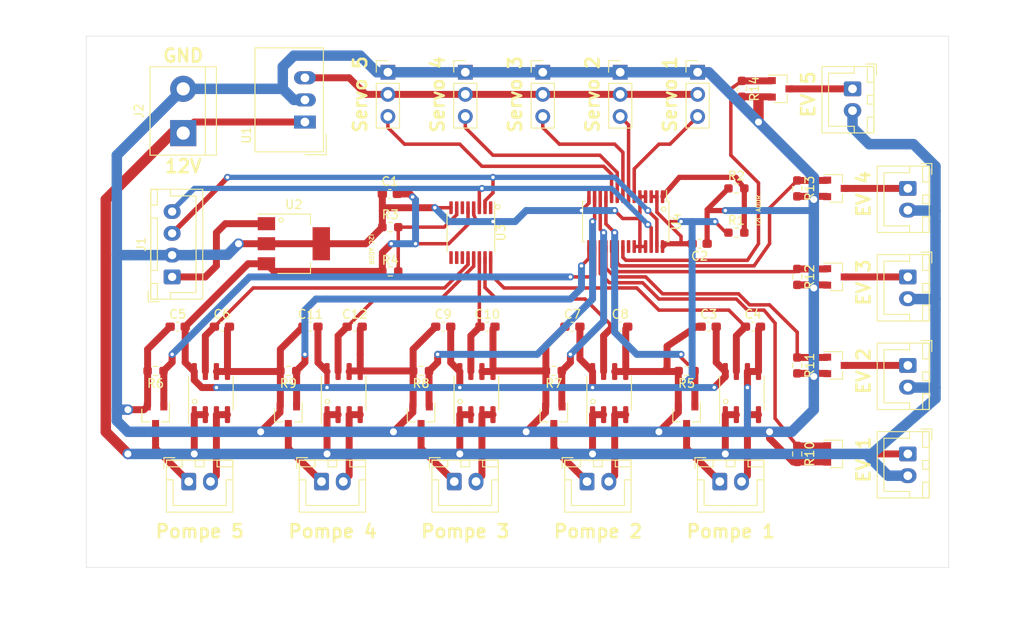
<source format=kicad_pcb>
(kicad_pcb (version 20171130) (host pcbnew 5.1.9)
  (layers (0 F.Cu signal) (31 B.Cu signal) (34 B.Paste user) (35 F.Paste user) (36 B.SilkS user) (37 F.SilkS user) (38 B.Mask user) (39 F.Mask user) (44 Edge.Cuts user))
  (net 0 "")
  (net 1 +3V3)
  (net 2 GND)
  (net 3 /ADC_1)
  (net 4 /ADC_5)
  (net 5 /ADC_2)
  (net 6 /ADC_3)
  (net 7 /ADC_4)
  (net 8 +5VA)
  (net 9 /EXT_SDA)
  (net 10 /EXT_SCL)
  (net 11 +12V)
  (net 12 "Net-(J3-Pad2)")
  (net 13 "Net-(J3-Pad1)")
  (net 14 "Net-(J4-Pad1)")
  (net 15 "Net-(J4-Pad2)")
  (net 16 "Net-(J5-Pad1)")
  (net 17 "Net-(J5-Pad2)")
  (net 18 "Net-(J6-Pad1)")
  (net 19 "Net-(J6-Pad2)")
  (net 20 "Net-(J7-Pad2)")
  (net 21 "Net-(J7-Pad1)")
  (net 22 /SERVO_1)
  (net 23 +5V)
  (net 24 /SERVO_2)
  (net 25 /SERVO_3)
  (net 26 /SERVO_4)
  (net 27 /SERVO_5)
  (net 28 "Net-(J13-Pad1)")
  (net 29 "Net-(J14-Pad1)")
  (net 30 "Net-(J15-Pad1)")
  (net 31 "Net-(J16-Pad1)")
  (net 32 "Net-(J17-Pad1)")
  (net 33 /POMPE_1)
  (net 34 /POMPE_5)
  (net 35 /POMPE_2)
  (net 36 /POMPE_3)
  (net 37 /POMPE_4)
  (net 38 /EV_1)
  (net 39 /EV_2)
  (net 40 /EV_3)
  (net 41 /EV_4)
  (net 42 /EV_5)
  (net 43 "Net-(R1-Pad2)")
  (net 44 "Net-(R3-Pad2)")
  (net 45 "Net-(U3-Pad1)")
  (net 46 "Net-(U3-Pad6)")
  (net 47 "Net-(U3-Pad9)")
  (net 48 "Net-(U3-Pad10)")
  (net 49 "Net-(U3-Pad11)")
  (net 50 "Net-(U4-Pad22)")
  (module MountingHole:MountingHole_3.2mm_M3 (layer F.Cu) (at 16.5 70.5)
    (fp_text reference REF** hide)
    (fp_text value MountingHole_3.2mm_M3)
    (pad 1 np_thru_hole circle (at 0 0) (size 3.2 3.2) (drill 3.2) (layers *.Cu *.Mask))
  )
  (module MountingHole:MountingHole_3.2mm_M3 (layer F.Cu) (at 16.5 16.5)
    (fp_text reference REF** hide)
    (fp_text value MountingHole_3.2mm_M3)
    (pad 1 np_thru_hole circle (at 0 0) (size 3.2 3.2) (drill 3.2) (layers *.Cu *.Mask))
  )
  (module MountingHole:MountingHole_3.2mm_M3 (layer F.Cu) (at 108.5 70.5)
    (fp_text reference REF** hide)
    (fp_text value MountingHole_3.2mm_M3)
    (pad 1 np_thru_hole circle (at 0 0) (size 3.2 3.2) (drill 3.2) (layers *.Cu *.Mask))
  )
  (module MountingHole:MountingHole_3.2mm_M3 (layer F.Cu) (at 108.5 16.5)
    (fp_text reference REF** hide)
    (fp_text value MountingHole_3.2mm_M3)
    (pad 1 np_thru_hole circle (at 0 0) (size 3.2 3.2) (drill 3.2) (layers *.Cu *.Mask))
  )
  (module Connector_PinHeader_2.54mm:PinHeader_1x03_P2.54mm_Vertical (layer F.Cu) (at 65.405 17.145)
    (fp_text reference J10 hide)
    (fp_text value Conn_SERVO_3)
    (pad 3 thru_hole oval (at 0 5.08) (size 1.7 1.7) (drill 1) (layers *.Cu *.Mask) (net 25 /SERVO_3))
    (pad 2 thru_hole oval (at 0 2.54) (size 1.7 1.7) (drill 1) (layers *.Cu *.Mask) (net 23 +5V))
    (pad 1 thru_hole rect (at 0 0) (size 1.7 1.7) (drill 1) (layers *.Cu *.Mask) (net 2 GND))
  )
  (module Package_SO:TSSOP-28_4.4x9.7mm_P0.65mm (layer F.Cu) (at 74.93 34.29 270)
    (fp_text reference U4 (at 0 -5.8 90) (layer F.SilkS))
    (fp_text value PCA9685PW)
    (pad 1 smd roundrect (at -2.8625 -4.225 270) (size 1.475 0.4) (layers F.Cu F.Paste F.Mask) (net 43 "Net-(R1-Pad2)"))
    (pad 2 smd roundrect (at -2.8625 -3.575 270) (size 1.475 0.4) (layers F.Cu F.Paste F.Mask) (net 1 +3V3))
    (pad 3 smd roundrect (at -2.8625 -2.925 270) (size 1.475 0.4) (layers F.Cu F.Paste F.Mask) (net 1 +3V3))
    (pad 4 smd roundrect (at -2.8625 -2.275 270) (size 1.475 0.4) (layers F.Cu F.Paste F.Mask) (net 2 GND))
    (pad 5 smd roundrect (at -2.8625 -1.625 270) (size 1.475 0.4) (layers F.Cu F.Paste F.Mask) (net 2 GND))
    (pad 6 smd roundrect (at -2.8625 -0.975 270) (size 1.475 0.4) (layers F.Cu F.Paste F.Mask) (net 22 /SERVO_1))
    (pad 7 smd roundrect (at -2.8625 -0.325 270) (size 1.475 0.4) (layers F.Cu F.Paste F.Mask) (net 24 /SERVO_2))
    (pad 8 smd roundrect (at -2.8625 0.325 270) (size 1.475 0.4) (layers F.Cu F.Paste F.Mask) (net 25 /SERVO_3))
    (pad 9 smd roundrect (at -2.8625 0.975 270) (size 1.475 0.4) (layers F.Cu F.Paste F.Mask) (net 26 /SERVO_4))
    (pad 10 smd roundrect (at -2.8625 1.625 270) (size 1.475 0.4) (layers F.Cu F.Paste F.Mask) (net 27 /SERVO_5))
    (pad 11 smd roundrect (at -2.8625 2.275 270) (size 1.475 0.4) (layers F.Cu F.Paste F.Mask) (net 33 /POMPE_1))
    (pad 12 smd roundrect (at -2.8625 2.925 270) (size 1.475 0.4) (layers F.Cu F.Paste F.Mask) (net 35 /POMPE_2))
    (pad 13 smd roundrect (at -2.8625 3.575 270) (size 1.475 0.4) (layers F.Cu F.Paste F.Mask) (net 36 /POMPE_3))
    (pad 14 smd roundrect (at -2.8625 4.225 270) (size 1.475 0.4) (layers F.Cu F.Paste F.Mask) (net 2 GND))
    (pad 15 smd roundrect (at 2.8625 4.225 270) (size 1.475 0.4) (layers F.Cu F.Paste F.Mask) (net 37 /POMPE_4))
    (pad 16 smd roundrect (at 2.8625 3.575 270) (size 1.475 0.4) (layers F.Cu F.Paste F.Mask) (net 34 /POMPE_5))
    (pad 17 smd roundrect (at 2.8625 2.925 270) (size 1.475 0.4) (layers F.Cu F.Paste F.Mask) (net 38 /EV_1))
    (pad 18 smd roundrect (at 2.8625 2.275 270) (size 1.475 0.4) (layers F.Cu F.Paste F.Mask) (net 39 /EV_2))
    (pad 19 smd roundrect (at 2.8625 1.625 270) (size 1.475 0.4) (layers F.Cu F.Paste F.Mask) (net 40 /EV_3))
    (pad 20 smd roundrect (at 2.8625 0.975 270) (size 1.475 0.4) (layers F.Cu F.Paste F.Mask) (net 41 /EV_4))
    (pad 21 smd roundrect (at 2.8625 0.325 270) (size 1.475 0.4) (layers F.Cu F.Paste F.Mask) (net 42 /EV_5))
    (pad 22 smd roundrect (at 2.8625 -0.325 270) (size 1.475 0.4) (layers F.Cu F.Paste F.Mask) (net 50 "Net-(U4-Pad22)"))
    (pad 23 smd roundrect (at 2.8625 -0.975 270) (size 1.475 0.4) (layers F.Cu F.Paste F.Mask) (net 2 GND))
    (pad 24 smd roundrect (at 2.8625 -1.625 270) (size 1.475 0.4) (layers F.Cu F.Paste F.Mask) (net 2 GND))
    (pad 25 smd roundrect (at 2.8625 -2.275 270) (size 1.475 0.4) (layers F.Cu F.Paste F.Mask) (net 2 GND))
    (pad 26 smd roundrect (at 2.8625 -2.925 270) (size 1.475 0.4) (layers F.Cu F.Paste F.Mask) (net 10 /EXT_SCL))
    (pad 27 smd roundrect (at 2.8625 -3.575 270) (size 1.475 0.4) (layers F.Cu F.Paste F.Mask) (net 9 /EXT_SDA))
    (pad 28 smd roundrect (at 2.8625 -4.225 270) (size 1.475 0.4) (layers F.Cu F.Paste F.Mask) (net 1 +3V3))
  )
  (module Capacitor_SMD:C_0603_1608Metric_Pad1.08x0.95mm_HandSolder (layer F.Cu) (at 47.8525 31.115)
    (fp_text reference C1 (at 0 -1.43) (layer F.SilkS))
    (fp_text value 100nF)
    (pad 2 smd roundrect (at 0.8625 0) (size 1.075 0.95) (layers F.Cu F.Paste F.Mask) (net 1 +3V3))
    (pad 1 smd roundrect (at -0.8625 0) (size 1.075 0.95) (layers F.Cu F.Paste F.Mask) (net 2 GND))
  )
  (module Capacitor_SMD:C_0603_1608Metric_Pad1.08x0.95mm_HandSolder (layer F.Cu) (at 83.4125 36.83 180)
    (fp_text reference C2 (at 0 -1.43) (layer F.SilkS))
    (fp_text value 100nF)
    (pad 1 smd roundrect (at -0.8625 0 180) (size 1.075 0.95) (layers F.Cu F.Paste F.Mask) (net 2 GND))
    (pad 2 smd roundrect (at 0.8625 0 180) (size 1.075 0.95) (layers F.Cu F.Paste F.Mask) (net 1 +3V3))
  )
  (module Capacitor_SMD:C_0603_1608Metric_Pad1.08x0.95mm_HandSolder (layer F.Cu) (at 84.455 46.355)
    (fp_text reference C3 (at 0 -1.43) (layer F.SilkS))
    (fp_text value 100nF)
    (pad 1 smd roundrect (at -0.8625 0) (size 1.075 0.95) (layers F.Cu F.Paste F.Mask) (net 2 GND))
    (pad 2 smd roundrect (at 0.8625 0) (size 1.075 0.95) (layers F.Cu F.Paste F.Mask) (net 1 +3V3))
  )
  (module Capacitor_SMD:C_0603_1608Metric_Pad1.08x0.95mm_HandSolder (layer F.Cu) (at 89.535 46.355)
    (fp_text reference C4 (at 0 -1.43) (layer F.SilkS))
    (fp_text value 10nF)
    (pad 2 smd roundrect (at 0.8625 0) (size 1.075 0.95) (layers F.Cu F.Paste F.Mask) (net 2 GND))
    (pad 1 smd roundrect (at -0.8625 0) (size 1.075 0.95) (layers F.Cu F.Paste F.Mask) (net 3 /ADC_1))
  )
  (module Capacitor_SMD:C_0603_1608Metric_Pad1.08x0.95mm_HandSolder (layer F.Cu) (at 23.495 46.355)
    (fp_text reference C5 (at 0 -1.43) (layer F.SilkS))
    (fp_text value 100nF)
    (pad 2 smd roundrect (at 0.8625 0) (size 1.075 0.95) (layers F.Cu F.Paste F.Mask) (net 1 +3V3))
    (pad 1 smd roundrect (at -0.8625 0) (size 1.075 0.95) (layers F.Cu F.Paste F.Mask) (net 2 GND))
  )
  (module Capacitor_SMD:C_0603_1608Metric_Pad1.08x0.95mm_HandSolder (layer F.Cu) (at 28.575 46.355)
    (fp_text reference C6 (at 0 -1.43) (layer F.SilkS))
    (fp_text value 10nF)
    (pad 1 smd roundrect (at -0.8625 0) (size 1.075 0.95) (layers F.Cu F.Paste F.Mask) (net 4 /ADC_5))
    (pad 2 smd roundrect (at 0.8625 0) (size 1.075 0.95) (layers F.Cu F.Paste F.Mask) (net 2 GND))
  )
  (module Capacitor_SMD:C_0603_1608Metric_Pad1.08x0.95mm_HandSolder (layer F.Cu) (at 68.8075 46.355)
    (fp_text reference C7 (at 0 -1.43) (layer F.SilkS))
    (fp_text value 100nF)
    (pad 1 smd roundrect (at -0.8625 0) (size 1.075 0.95) (layers F.Cu F.Paste F.Mask) (net 2 GND))
    (pad 2 smd roundrect (at 0.8625 0) (size 1.075 0.95) (layers F.Cu F.Paste F.Mask) (net 1 +3V3))
  )
  (module Capacitor_SMD:C_0603_1608Metric_Pad1.08x0.95mm_HandSolder (layer F.Cu) (at 74.295 46.355)
    (fp_text reference C8 (at 0 -1.43) (layer F.SilkS))
    (fp_text value 10nF)
    (pad 2 smd roundrect (at 0.8625 0) (size 1.075 0.95) (layers F.Cu F.Paste F.Mask) (net 2 GND))
    (pad 1 smd roundrect (at -0.8625 0) (size 1.075 0.95) (layers F.Cu F.Paste F.Mask) (net 5 /ADC_2))
  )
  (module Capacitor_SMD:C_0603_1608Metric_Pad1.08x0.95mm_HandSolder (layer F.Cu) (at 53.975 46.355)
    (fp_text reference C9 (at 0 -1.43) (layer F.SilkS))
    (fp_text value 100nF)
    (pad 2 smd roundrect (at 0.8625 0) (size 1.075 0.95) (layers F.Cu F.Paste F.Mask) (net 1 +3V3))
    (pad 1 smd roundrect (at -0.8625 0) (size 1.075 0.95) (layers F.Cu F.Paste F.Mask) (net 2 GND))
  )
  (module Capacitor_SMD:C_0603_1608Metric_Pad1.08x0.95mm_HandSolder (layer F.Cu) (at 59.055 46.355)
    (fp_text reference C10 (at 0 -1.43) (layer F.SilkS))
    (fp_text value 10nF)
    (pad 1 smd roundrect (at -0.8625 0) (size 1.075 0.95) (layers F.Cu F.Paste F.Mask) (net 6 /ADC_3))
    (pad 2 smd roundrect (at 0.8625 0) (size 1.075 0.95) (layers F.Cu F.Paste F.Mask) (net 2 GND))
  )
  (module Capacitor_SMD:C_0603_1608Metric_Pad1.08x0.95mm_HandSolder (layer F.Cu) (at 38.735 46.355)
    (fp_text reference C11 (at 0 -1.43) (layer F.SilkS))
    (fp_text value 100nF)
    (pad 2 smd roundrect (at 0.8625 0) (size 1.075 0.95) (layers F.Cu F.Paste F.Mask) (net 1 +3V3))
    (pad 1 smd roundrect (at -0.8625 0) (size 1.075 0.95) (layers F.Cu F.Paste F.Mask) (net 2 GND))
  )
  (module Capacitor_SMD:C_0603_1608Metric_Pad1.08x0.95mm_HandSolder (layer F.Cu) (at 43.815 46.355)
    (fp_text reference C12 (at 0 -1.43) (layer F.SilkS))
    (fp_text value 10nF)
    (pad 1 smd roundrect (at -0.8625 0) (size 1.075 0.95) (layers F.Cu F.Paste F.Mask) (net 7 /ADC_4))
    (pad 2 smd roundrect (at 0.8625 0) (size 1.075 0.95) (layers F.Cu F.Paste F.Mask) (net 2 GND))
  )
  (module Connector_JST:JST_XH_B4B-XH-A_1x04_P2.50mm_Vertical (layer F.Cu) (at 22.86 40.64 90)
    (fp_text reference J1 (at 3.75 -3.55 90) (layer F.SilkS))
    (fp_text value Conn_I2C)
    (pad 1 thru_hole roundrect (at 0 0 90) (size 1.7 1.95) (drill 0.95) (layers *.Cu *.Mask) (roundrect_rratio 0.147059) (net 8 +5VA))
    (pad 2 thru_hole oval (at 2.5 0 90) (size 1.7 1.95) (drill 0.95) (layers *.Cu *.Mask) (net 2 GND))
    (pad 3 thru_hole oval (at 5 0 90) (size 1.7 1.95) (drill 0.95) (layers *.Cu *.Mask) (net 9 /EXT_SDA))
    (pad 4 thru_hole oval (at 7.5 0 90) (size 1.7 1.95) (drill 0.95) (layers *.Cu *.Mask) (net 10 /EXT_SCL))
  )
  (module TerminalBlock:TerminalBlock_bornier-2_P5.08mm (layer F.Cu) (at 24.13 24.13 90)
    (fp_text reference J2 (at 2.54 -5.08 90) (layer F.SilkS))
    (fp_text value Screw_Terminal_POWER)
    (pad 1 thru_hole rect (at 0 0 90) (size 3 3) (drill 1.52) (layers *.Cu *.Mask) (net 11 +12V))
    (pad 2 thru_hole circle (at 5.08 0 90) (size 3 3) (drill 1.52) (layers *.Cu *.Mask) (net 2 GND))
  )
  (module Connector_JST:JST_XH_B2B-XH-A_1x02_P2.50mm_Vertical (layer F.Cu) (at 85.725 64.135)
    (fp_text reference J3 hide)
    (fp_text value Conn_POMPE_1)
    (pad 2 thru_hole oval (at 2.5 0) (size 1.7 2) (drill 1) (layers *.Cu *.Mask) (net 12 "Net-(J3-Pad2)"))
    (pad 1 thru_hole roundrect (at 0 0) (size 1.7 2) (drill 1) (layers *.Cu *.Mask) (roundrect_rratio 0.147059) (net 13 "Net-(J3-Pad1)"))
  )
  (module Connector_JST:JST_XH_B2B-XH-A_1x02_P2.50mm_Vertical (layer F.Cu) (at 24.765 64.135)
    (fp_text reference J4 hide)
    (fp_text value Conn_POMPE_5)
    (pad 1 thru_hole roundrect (at 0 0) (size 1.7 2) (drill 1) (layers *.Cu *.Mask) (roundrect_rratio 0.147059) (net 14 "Net-(J4-Pad1)"))
    (pad 2 thru_hole oval (at 2.5 0) (size 1.7 2) (drill 1) (layers *.Cu *.Mask) (net 15 "Net-(J4-Pad2)"))
  )
  (module Connector_JST:JST_XH_B2B-XH-A_1x02_P2.50mm_Vertical (layer F.Cu) (at 70.485 64.135)
    (fp_text reference J5 hide)
    (fp_text value Conn_POMPE_2)
    (pad 1 thru_hole roundrect (at 0 0) (size 1.7 2) (drill 1) (layers *.Cu *.Mask) (roundrect_rratio 0.147059) (net 16 "Net-(J5-Pad1)"))
    (pad 2 thru_hole oval (at 2.5 0) (size 1.7 2) (drill 1) (layers *.Cu *.Mask) (net 17 "Net-(J5-Pad2)"))
  )
  (module Connector_JST:JST_XH_B2B-XH-A_1x02_P2.50mm_Vertical (layer F.Cu) (at 55.245 64.135)
    (fp_text reference J6 hide)
    (fp_text value Conn_POMPE_3)
    (pad 1 thru_hole roundrect (at 0 0) (size 1.7 2) (drill 1) (layers *.Cu *.Mask) (roundrect_rratio 0.147059) (net 18 "Net-(J6-Pad1)"))
    (pad 2 thru_hole oval (at 2.5 0) (size 1.7 2) (drill 1) (layers *.Cu *.Mask) (net 19 "Net-(J6-Pad2)"))
  )
  (module Connector_JST:JST_XH_B2B-XH-A_1x02_P2.50mm_Vertical (layer F.Cu) (at 40.005 64.135)
    (fp_text reference J7 hide)
    (fp_text value Conn_POMPE_4)
    (pad 2 thru_hole oval (at 2.5 0) (size 1.7 2) (drill 1) (layers *.Cu *.Mask) (net 20 "Net-(J7-Pad2)"))
    (pad 1 thru_hole roundrect (at 0 0) (size 1.7 2) (drill 1) (layers *.Cu *.Mask) (roundrect_rratio 0.147059) (net 21 "Net-(J7-Pad1)"))
  )
  (module Connector_PinHeader_2.54mm:PinHeader_1x03_P2.54mm_Vertical (layer F.Cu) (at 83.185 17.145)
    (fp_text reference J8 hide)
    (fp_text value Conn_SERVO_1)
    (pad 3 thru_hole oval (at 0 5.08) (size 1.7 1.7) (drill 1) (layers *.Cu *.Mask) (net 22 /SERVO_1))
    (pad 2 thru_hole oval (at 0 2.54) (size 1.7 1.7) (drill 1) (layers *.Cu *.Mask) (net 23 +5V))
    (pad 1 thru_hole rect (at 0 0) (size 1.7 1.7) (drill 1) (layers *.Cu *.Mask) (net 2 GND))
  )
  (module Connector_PinHeader_2.54mm:PinHeader_1x03_P2.54mm_Vertical (layer F.Cu) (at 74.295 17.145)
    (fp_text reference J9 hide)
    (fp_text value Conn_SERVO_2)
    (pad 1 thru_hole rect (at 0 0) (size 1.7 1.7) (drill 1) (layers *.Cu *.Mask) (net 2 GND))
    (pad 2 thru_hole oval (at 0 2.54) (size 1.7 1.7) (drill 1) (layers *.Cu *.Mask) (net 23 +5V))
    (pad 3 thru_hole oval (at 0 5.08) (size 1.7 1.7) (drill 1) (layers *.Cu *.Mask) (net 24 /SERVO_2))
  )
  (module Connector_PinHeader_2.54mm:PinHeader_1x03_P2.54mm_Vertical (layer F.Cu) (at 56.515 17.145)
    (fp_text reference J11 hide)
    (fp_text value Conn_SERVO_4)
    (pad 1 thru_hole rect (at 0 0) (size 1.7 1.7) (drill 1) (layers *.Cu *.Mask) (net 2 GND))
    (pad 2 thru_hole oval (at 0 2.54) (size 1.7 1.7) (drill 1) (layers *.Cu *.Mask) (net 23 +5V))
    (pad 3 thru_hole oval (at 0 5.08) (size 1.7 1.7) (drill 1) (layers *.Cu *.Mask) (net 26 /SERVO_4))
  )
  (module Connector_PinHeader_2.54mm:PinHeader_1x03_P2.54mm_Vertical (layer F.Cu) (at 47.625 17.145)
    (fp_text reference J12 hide)
    (fp_text value Conn_SERVO_5)
    (pad 1 thru_hole rect (at 0 0) (size 1.7 1.7) (drill 1) (layers *.Cu *.Mask) (net 2 GND))
    (pad 2 thru_hole oval (at 0 2.54) (size 1.7 1.7) (drill 1) (layers *.Cu *.Mask) (net 23 +5V))
    (pad 3 thru_hole oval (at 0 5.08) (size 1.7 1.7) (drill 1) (layers *.Cu *.Mask) (net 27 /SERVO_5))
  )
  (module Connector_JST:JST_XH_B2B-XH-A_1x02_P2.50mm_Vertical (layer F.Cu) (at 107.315 60.96 270)
    (fp_text reference J13 hide)
    (fp_text value Conn_EV_1)
    (pad 2 thru_hole oval (at 2.5 0 270) (size 1.7 2) (drill 1) (layers *.Cu *.Mask) (net 11 +12V))
    (pad 1 thru_hole roundrect (at 0 0 270) (size 1.7 2) (drill 1) (layers *.Cu *.Mask) (roundrect_rratio 0.147059) (net 28 "Net-(J13-Pad1)"))
  )
  (module Connector_JST:JST_XH_B2B-XH-A_1x02_P2.50mm_Vertical (layer F.Cu) (at 107.315 50.8 270)
    (fp_text reference J14 hide)
    (fp_text value Conn_EV_2)
    (pad 1 thru_hole roundrect (at 0 0 270) (size 1.7 2) (drill 1) (layers *.Cu *.Mask) (roundrect_rratio 0.147059) (net 29 "Net-(J14-Pad1)"))
    (pad 2 thru_hole oval (at 2.5 0 270) (size 1.7 2) (drill 1) (layers *.Cu *.Mask) (net 11 +12V))
  )
  (module Connector_JST:JST_XH_B2B-XH-A_1x02_P2.50mm_Vertical (layer F.Cu) (at 107.315 40.64 270)
    (fp_text reference J15 hide)
    (fp_text value Conn_EV_3)
    (pad 2 thru_hole oval (at 2.5 0 270) (size 1.7 2) (drill 1) (layers *.Cu *.Mask) (net 11 +12V))
    (pad 1 thru_hole roundrect (at 0 0 270) (size 1.7 2) (drill 1) (layers *.Cu *.Mask) (roundrect_rratio 0.147059) (net 30 "Net-(J15-Pad1)"))
  )
  (module Connector_JST:JST_XH_B2B-XH-A_1x02_P2.50mm_Vertical (layer F.Cu) (at 107.315 30.48 270)
    (fp_text reference J16 hide)
    (fp_text value Conn_EV_4)
    (pad 1 thru_hole roundrect (at 0 0 270) (size 1.7 2) (drill 1) (layers *.Cu *.Mask) (roundrect_rratio 0.147059) (net 31 "Net-(J16-Pad1)"))
    (pad 2 thru_hole oval (at 2.5 0 270) (size 1.7 2) (drill 1) (layers *.Cu *.Mask) (net 11 +12V))
  )
  (module Connector_JST:JST_XH_B2B-XH-A_1x02_P2.50mm_Vertical (layer F.Cu) (at 100.965 19.05 270)
    (fp_text reference J17 hide)
    (fp_text value Conn_EV_5)
    (pad 2 thru_hole oval (at 2.5 0 270) (size 1.7 2) (drill 1) (layers *.Cu *.Mask) (net 11 +12V))
    (pad 1 thru_hole roundrect (at 0 0 270) (size 1.7 2) (drill 1) (layers *.Cu *.Mask) (roundrect_rratio 0.147059) (net 32 "Net-(J17-Pad1)"))
  )
  (module Package_TO_SOT_SMD:SOT-23 (layer F.Cu) (at 81.915 56.515 270)
    (fp_text reference Q1 hide)
    (fp_text value IRLML0030)
    (pad 1 smd rect (at -1 -0.95 270) (size 0.9 0.8) (layers F.Cu F.Paste F.Mask) (net 33 /POMPE_1))
    (pad 2 smd rect (at -1 0.95 270) (size 0.9 0.8) (layers F.Cu F.Paste F.Mask) (net 2 GND))
    (pad 3 smd rect (at 1 0 270) (size 0.9 0.8) (layers F.Cu F.Paste F.Mask) (net 13 "Net-(J3-Pad1)"))
  )
  (module Package_TO_SOT_SMD:SOT-23 (layer F.Cu) (at 20.955 56.515 270)
    (fp_text reference Q2 hide)
    (fp_text value IRLML0030)
    (pad 1 smd rect (at -1 -0.95 270) (size 0.9 0.8) (layers F.Cu F.Paste F.Mask) (net 34 /POMPE_5))
    (pad 2 smd rect (at -1 0.95 270) (size 0.9 0.8) (layers F.Cu F.Paste F.Mask) (net 2 GND))
    (pad 3 smd rect (at 1 0 270) (size 0.9 0.8) (layers F.Cu F.Paste F.Mask) (net 14 "Net-(J4-Pad1)"))
  )
  (module Package_TO_SOT_SMD:SOT-23 (layer F.Cu) (at 66.675 56.515 270)
    (fp_text reference Q3 hide)
    (fp_text value IRLML0030)
    (pad 3 smd rect (at 1 0 270) (size 0.9 0.8) (layers F.Cu F.Paste F.Mask) (net 16 "Net-(J5-Pad1)"))
    (pad 2 smd rect (at -1 0.95 270) (size 0.9 0.8) (layers F.Cu F.Paste F.Mask) (net 2 GND))
    (pad 1 smd rect (at -1 -0.95 270) (size 0.9 0.8) (layers F.Cu F.Paste F.Mask) (net 35 /POMPE_2))
  )
  (module Package_TO_SOT_SMD:SOT-23 (layer F.Cu) (at 51.435 56.515 270)
    (fp_text reference Q4 hide)
    (fp_text value IRLML0030)
    (pad 3 smd rect (at 1 0 270) (size 0.9 0.8) (layers F.Cu F.Paste F.Mask) (net 18 "Net-(J6-Pad1)"))
    (pad 2 smd rect (at -1 0.95 270) (size 0.9 0.8) (layers F.Cu F.Paste F.Mask) (net 2 GND))
    (pad 1 smd rect (at -1 -0.95 270) (size 0.9 0.8) (layers F.Cu F.Paste F.Mask) (net 36 /POMPE_3))
  )
  (module Package_TO_SOT_SMD:SOT-23 (layer F.Cu) (at 36.195 56.515 270)
    (fp_text reference Q5 hide)
    (fp_text value IRLML0030)
    (pad 3 smd rect (at 1 0 270) (size 0.9 0.8) (layers F.Cu F.Paste F.Mask) (net 21 "Net-(J7-Pad1)"))
    (pad 2 smd rect (at -1 0.95 270) (size 0.9 0.8) (layers F.Cu F.Paste F.Mask) (net 2 GND))
    (pad 1 smd rect (at -1 -0.95 270) (size 0.9 0.8) (layers F.Cu F.Paste F.Mask) (net 37 /POMPE_4))
  )
  (module Package_TO_SOT_SMD:SOT-23 (layer F.Cu) (at 99.06 60.96)
    (fp_text reference Q6 hide)
    (fp_text value IRLML0030)
    (pad 3 smd rect (at 1 0) (size 0.9 0.8) (layers F.Cu F.Paste F.Mask) (net 28 "Net-(J13-Pad1)"))
    (pad 2 smd rect (at -1 0.95) (size 0.9 0.8) (layers F.Cu F.Paste F.Mask) (net 2 GND))
    (pad 1 smd rect (at -1 -0.95) (size 0.9 0.8) (layers F.Cu F.Paste F.Mask) (net 38 /EV_1))
  )
  (module Package_TO_SOT_SMD:SOT-23 (layer F.Cu) (at 99.06 50.8)
    (fp_text reference Q7 hide)
    (fp_text value IRLML0030)
    (pad 1 smd rect (at -1 -0.95) (size 0.9 0.8) (layers F.Cu F.Paste F.Mask) (net 39 /EV_2))
    (pad 2 smd rect (at -1 0.95) (size 0.9 0.8) (layers F.Cu F.Paste F.Mask) (net 2 GND))
    (pad 3 smd rect (at 1 0) (size 0.9 0.8) (layers F.Cu F.Paste F.Mask) (net 29 "Net-(J14-Pad1)"))
  )
  (module Package_TO_SOT_SMD:SOT-23 (layer F.Cu) (at 99.06 40.64)
    (fp_text reference Q8 hide)
    (fp_text value IRLML0030)
    (pad 3 smd rect (at 1 0) (size 0.9 0.8) (layers F.Cu F.Paste F.Mask) (net 30 "Net-(J15-Pad1)"))
    (pad 2 smd rect (at -1 0.95) (size 0.9 0.8) (layers F.Cu F.Paste F.Mask) (net 2 GND))
    (pad 1 smd rect (at -1 -0.95) (size 0.9 0.8) (layers F.Cu F.Paste F.Mask) (net 40 /EV_3))
  )
  (module Package_TO_SOT_SMD:SOT-23 (layer F.Cu) (at 99.06 30.48)
    (fp_text reference Q9 hide)
    (fp_text value IRLML0030)
    (pad 1 smd rect (at -1 -0.95) (size 0.9 0.8) (layers F.Cu F.Paste F.Mask) (net 41 /EV_4))
    (pad 2 smd rect (at -1 0.95) (size 0.9 0.8) (layers F.Cu F.Paste F.Mask) (net 2 GND))
    (pad 3 smd rect (at 1 0) (size 0.9 0.8) (layers F.Cu F.Paste F.Mask) (net 31 "Net-(J16-Pad1)"))
  )
  (module Package_TO_SOT_SMD:SOT-23 (layer F.Cu) (at 92.71 19.05)
    (fp_text reference Q10 hide)
    (fp_text value IRLML0030)
    (pad 1 smd rect (at -1 -0.95) (size 0.9 0.8) (layers F.Cu F.Paste F.Mask) (net 42 /EV_5))
    (pad 2 smd rect (at -1 0.95) (size 0.9 0.8) (layers F.Cu F.Paste F.Mask) (net 2 GND))
    (pad 3 smd rect (at 1 0) (size 0.9 0.8) (layers F.Cu F.Paste F.Mask) (net 32 "Net-(J17-Pad1)"))
  )
  (module Resistor_SMD:R_0603_1608Metric_Pad0.98x0.95mm_HandSolder (layer F.Cu) (at 87.63 35.56)
    (fp_text reference R1 (at 0 -1.43) (layer F.SilkS))
    (fp_text value R)
    (pad 2 smd roundrect (at 0.9125 0) (size 0.975 0.95) (layers F.Cu F.Paste F.Mask) (net 43 "Net-(R1-Pad2)"))
    (pad 1 smd roundrect (at -0.9125 0) (size 0.975 0.95) (layers F.Cu F.Paste F.Mask) (net 1 +3V3))
  )
  (module Resistor_SMD:R_0603_1608Metric_Pad0.98x0.95mm_HandSolder (layer F.Cu) (at 87.63 30.48)
    (fp_text reference R2 (at 0 -1.43) (layer F.SilkS))
    (fp_text value R)
    (pad 1 smd roundrect (at -0.9125 0) (size 0.975 0.95) (layers F.Cu F.Paste F.Mask) (net 2 GND))
    (pad 2 smd roundrect (at 0.9125 0) (size 0.975 0.95) (layers F.Cu F.Paste F.Mask) (net 43 "Net-(R1-Pad2)"))
  )
  (module Resistor_SMD:R_0603_1608Metric_Pad0.98x0.95mm_HandSolder (layer F.Cu) (at 47.9025 34.925)
    (fp_text reference R3 (at 0 -1.43) (layer F.SilkS))
    (fp_text value R)
    (pad 2 smd roundrect (at 0.9125 0) (size 0.975 0.95) (layers F.Cu F.Paste F.Mask) (net 44 "Net-(R3-Pad2)"))
    (pad 1 smd roundrect (at -0.9125 0) (size 0.975 0.95) (layers F.Cu F.Paste F.Mask) (net 2 GND))
  )
  (module Resistor_SMD:R_0603_1608Metric_Pad0.98x0.95mm_HandSolder (layer F.Cu) (at 47.9025 40.005)
    (fp_text reference R4 (at 0 -1.27) (layer F.SilkS))
    (fp_text value R)
    (pad 1 smd roundrect (at -0.9125 0) (size 0.975 0.95) (layers F.Cu F.Paste F.Mask) (net 1 +3V3))
    (pad 2 smd roundrect (at 0.9125 0) (size 0.975 0.95) (layers F.Cu F.Paste F.Mask) (net 44 "Net-(R3-Pad2)"))
  )
  (module Resistor_SMD:R_0603_1608Metric_Pad0.98x0.95mm_HandSolder (layer F.Cu) (at 81.915 51.435 180)
    (fp_text reference R5 (at 0 -1.43) (layer F.SilkS))
    (fp_text value 10k)
    (pad 2 smd roundrect (at 0.9125 0 180) (size 0.975 0.95) (layers F.Cu F.Paste F.Mask) (net 2 GND))
    (pad 1 smd roundrect (at -0.9125 0 180) (size 0.975 0.95) (layers F.Cu F.Paste F.Mask) (net 33 /POMPE_1))
  )
  (module Resistor_SMD:R_0603_1608Metric_Pad0.98x0.95mm_HandSolder (layer F.Cu) (at 20.955 51.435 180)
    (fp_text reference R6 (at 0 -1.43) (layer F.SilkS))
    (fp_text value 10k)
    (pad 1 smd roundrect (at -0.9125 0 180) (size 0.975 0.95) (layers F.Cu F.Paste F.Mask) (net 34 /POMPE_5))
    (pad 2 smd roundrect (at 0.9125 0 180) (size 0.975 0.95) (layers F.Cu F.Paste F.Mask) (net 2 GND))
  )
  (module Resistor_SMD:R_0603_1608Metric_Pad0.98x0.95mm_HandSolder (layer F.Cu) (at 66.675 51.435 180)
    (fp_text reference R7 (at 0 -1.43) (layer F.SilkS))
    (fp_text value 10k)
    (pad 2 smd roundrect (at 0.9125 0 180) (size 0.975 0.95) (layers F.Cu F.Paste F.Mask) (net 2 GND))
    (pad 1 smd roundrect (at -0.9125 0 180) (size 0.975 0.95) (layers F.Cu F.Paste F.Mask) (net 35 /POMPE_2))
  )
  (module Resistor_SMD:R_0603_1608Metric_Pad0.98x0.95mm_HandSolder (layer F.Cu) (at 51.435 51.435 180)
    (fp_text reference R8 (at 0 -1.43) (layer F.SilkS))
    (fp_text value 10k)
    (pad 1 smd roundrect (at -0.9125 0 180) (size 0.975 0.95) (layers F.Cu F.Paste F.Mask) (net 36 /POMPE_3))
    (pad 2 smd roundrect (at 0.9125 0 180) (size 0.975 0.95) (layers F.Cu F.Paste F.Mask) (net 2 GND))
  )
  (module Resistor_SMD:R_0603_1608Metric_Pad0.98x0.95mm_HandSolder (layer F.Cu) (at 36.195 51.435 180)
    (fp_text reference R9 (at 0 -1.43) (layer F.SilkS))
    (fp_text value 10k)
    (pad 2 smd roundrect (at 0.9125 0 180) (size 0.975 0.95) (layers F.Cu F.Paste F.Mask) (net 2 GND))
    (pad 1 smd roundrect (at -0.9125 0 180) (size 0.975 0.95) (layers F.Cu F.Paste F.Mask) (net 37 /POMPE_4))
  )
  (module Resistor_SMD:R_0603_1608Metric_Pad0.98x0.95mm_HandSolder (layer F.Cu) (at 94.615 60.96 270)
    (fp_text reference R10 (at 0 -1.43 90) (layer F.SilkS))
    (fp_text value 10k)
    (pad 1 smd roundrect (at -0.9125 0 270) (size 0.975 0.95) (layers F.Cu F.Paste F.Mask) (net 38 /EV_1))
    (pad 2 smd roundrect (at 0.9125 0 270) (size 0.975 0.95) (layers F.Cu F.Paste F.Mask) (net 2 GND))
  )
  (module Resistor_SMD:R_0603_1608Metric_Pad0.98x0.95mm_HandSolder (layer F.Cu) (at 94.615 50.8 270)
    (fp_text reference R11 (at 0 -1.43 90) (layer F.SilkS))
    (fp_text value 10k)
    (pad 2 smd roundrect (at 0.9125 0 270) (size 0.975 0.95) (layers F.Cu F.Paste F.Mask) (net 2 GND))
    (pad 1 smd roundrect (at -0.9125 0 270) (size 0.975 0.95) (layers F.Cu F.Paste F.Mask) (net 39 /EV_2))
  )
  (module Resistor_SMD:R_0603_1608Metric_Pad0.98x0.95mm_HandSolder (layer F.Cu) (at 94.615 40.64 270)
    (fp_text reference R12 (at 0 -1.43 90) (layer F.SilkS))
    (fp_text value 10k)
    (pad 2 smd roundrect (at 0.9125 0 270) (size 0.975 0.95) (layers F.Cu F.Paste F.Mask) (net 2 GND))
    (pad 1 smd roundrect (at -0.9125 0 270) (size 0.975 0.95) (layers F.Cu F.Paste F.Mask) (net 40 /EV_3))
  )
  (module Resistor_SMD:R_0603_1608Metric_Pad0.98x0.95mm_HandSolder (layer F.Cu) (at 94.615 30.48 270)
    (fp_text reference R13 (at 0 -1.43 90) (layer F.SilkS))
    (fp_text value 10k)
    (pad 1 smd roundrect (at -0.9125 0 270) (size 0.975 0.95) (layers F.Cu F.Paste F.Mask) (net 41 /EV_4))
    (pad 2 smd roundrect (at 0.9125 0 270) (size 0.975 0.95) (layers F.Cu F.Paste F.Mask) (net 2 GND))
  )
  (module Resistor_SMD:R_0603_1608Metric_Pad0.98x0.95mm_HandSolder (layer F.Cu) (at 88.265 19.05 270)
    (fp_text reference R14 (at 0 -1.43 90) (layer F.SilkS))
    (fp_text value 10k)
    (pad 1 smd roundrect (at -0.9125 0 270) (size 0.975 0.95) (layers F.Cu F.Paste F.Mask) (net 42 /EV_5))
    (pad 2 smd roundrect (at 0.9125 0 270) (size 0.975 0.95) (layers F.Cu F.Paste F.Mask) (net 2 GND))
  )
  (module Converter_DCDC:Converter_DCDC_TRACO_TSR-1_THT (layer F.Cu) (at 38.1 22.86 90)
    (fp_text reference U1 (at -1.5 -6.71 90) (layer F.SilkS))
    (fp_text value TSR_1-2450)
    (pad 1 thru_hole rect (at 0 0 90) (size 1.5 2.5) (drill 1) (layers *.Cu *.Mask) (net 11 +12V))
    (pad 2 thru_hole oval (at 2.54 0 90) (size 1.5 2.5) (drill 1) (layers *.Cu *.Mask) (net 2 GND))
    (pad 3 thru_hole oval (at 5.08 0 90) (size 1.5 2.5) (drill 1) (layers *.Cu *.Mask) (net 23 +5V))
  )
  (module Package_TO_SOT_SMD:SOT-223-3_TabPin2 (layer F.Cu) (at 36.83 36.83)
    (fp_text reference U2 (at 0 -4.5) (layer F.SilkS))
    (fp_text value LM3940)
    (pad 2 smd rect (at 3.15 0) (size 2 3.8) (layers F.Cu F.Paste F.Mask) (net 2 GND))
    (pad 2 smd rect (at -3.15 0) (size 2 1.5) (layers F.Cu F.Paste F.Mask) (net 2 GND))
    (pad 3 smd rect (at -3.15 2.3) (size 2 1.5) (layers F.Cu F.Paste F.Mask) (net 1 +3V3))
    (pad 1 smd rect (at -3.15 -2.3) (size 2 1.5) (layers F.Cu F.Paste F.Mask) (net 8 +5VA))
  )
  (module Package_SO:TSSOP-16_4.4x5mm_P0.65mm (layer F.Cu) (at 57.15 35.56 270)
    (fp_text reference U3 (at 0 -3.45 90) (layer F.SilkS))
    (fp_text value ADC128D818)
    (pad 1 smd roundrect (at -2.8625 -2.275 270) (size 1.475 0.4) (layers F.Cu F.Paste F.Mask) (net 45 "Net-(U3-Pad1)"))
    (pad 2 smd roundrect (at -2.8625 -1.625 270) (size 1.475 0.4) (layers F.Cu F.Paste F.Mask) (net 9 /EXT_SDA))
    (pad 3 smd roundrect (at -2.8625 -0.975 270) (size 1.475 0.4) (layers F.Cu F.Paste F.Mask) (net 10 /EXT_SCL))
    (pad 4 smd roundrect (at -2.8625 -0.325 270) (size 1.475 0.4) (layers F.Cu F.Paste F.Mask) (net 2 GND))
    (pad 5 smd roundrect (at -2.8625 0.325 270) (size 1.475 0.4) (layers F.Cu F.Paste F.Mask) (net 1 +3V3))
    (pad 6 smd roundrect (at -2.8625 0.975 270) (size 1.475 0.4) (layers F.Cu F.Paste F.Mask) (net 46 "Net-(U3-Pad6)"))
    (pad 7 smd roundrect (at -2.8625 1.625 270) (size 1.475 0.4) (layers F.Cu F.Paste F.Mask) (net 44 "Net-(R3-Pad2)"))
    (pad 8 smd roundrect (at -2.8625 2.275 270) (size 1.475 0.4) (layers F.Cu F.Paste F.Mask) (net 2 GND))
    (pad 9 smd roundrect (at 2.8625 2.275 270) (size 1.475 0.4) (layers F.Cu F.Paste F.Mask) (net 47 "Net-(U3-Pad9)"))
    (pad 10 smd roundrect (at 2.8625 1.625 270) (size 1.475 0.4) (layers F.Cu F.Paste F.Mask) (net 48 "Net-(U3-Pad10)"))
    (pad 11 smd roundrect (at 2.8625 0.975 270) (size 1.475 0.4) (layers F.Cu F.Paste F.Mask) (net 49 "Net-(U3-Pad11)"))
    (pad 12 smd roundrect (at 2.8625 0.325 270) (size 1.475 0.4) (layers F.Cu F.Paste F.Mask) (net 4 /ADC_5))
    (pad 13 smd roundrect (at 2.8625 -0.325 270) (size 1.475 0.4) (layers F.Cu F.Paste F.Mask) (net 7 /ADC_4))
    (pad 14 smd roundrect (at 2.8625 -0.975 270) (size 1.475 0.4) (layers F.Cu F.Paste F.Mask) (net 6 /ADC_3))
    (pad 15 smd roundrect (at 2.8625 -1.625 270) (size 1.475 0.4) (layers F.Cu F.Paste F.Mask) (net 5 /ADC_2))
    (pad 16 smd roundrect (at 2.8625 -2.275 270) (size 1.475 0.4) (layers F.Cu F.Paste F.Mask) (net 3 /ADC_1))
  )
  (module Package_SO:SOIC-8_3.9x4.9mm_P1.27mm (layer F.Cu) (at 88.265 53.975 90)
    (fp_text reference U5 hide)
    (fp_text value ACS722xLCTR-05AB)
    (pad 1 smd roundrect (at -2.475 -1.905 90) (size 1.95 0.6) (layers F.Cu F.Paste F.Mask) (net 11 +12V))
    (pad 2 smd roundrect (at -2.475 -0.635 90) (size 1.95 0.6) (layers F.Cu F.Paste F.Mask) (net 11 +12V))
    (pad 3 smd roundrect (at -2.475 0.635 90) (size 1.95 0.6) (layers F.Cu F.Paste F.Mask) (net 12 "Net-(J3-Pad2)"))
    (pad 4 smd roundrect (at -2.475 1.905 90) (size 1.95 0.6) (layers F.Cu F.Paste F.Mask) (net 12 "Net-(J3-Pad2)"))
    (pad 5 smd roundrect (at 2.475 1.905 90) (size 1.95 0.6) (layers F.Cu F.Paste F.Mask) (net 2 GND))
    (pad 6 smd roundrect (at 2.475 0.635 90) (size 1.95 0.6) (layers F.Cu F.Paste F.Mask) (net 2 GND))
    (pad 7 smd roundrect (at 2.475 -0.635 90) (size 1.95 0.6) (layers F.Cu F.Paste F.Mask) (net 3 /ADC_1))
    (pad 8 smd roundrect (at 2.475 -1.905 90) (size 1.95 0.6) (layers F.Cu F.Paste F.Mask) (net 1 +3V3))
  )
  (module Package_SO:SOIC-8_3.9x4.9mm_P1.27mm (layer F.Cu) (at 27.305 53.975 90)
    (fp_text reference U6 hide)
    (fp_text value ACS722xLCTR-05AB)
    (pad 1 smd roundrect (at -2.475 -1.905 90) (size 1.95 0.6) (layers F.Cu F.Paste F.Mask) (net 11 +12V))
    (pad 2 smd roundrect (at -2.475 -0.635 90) (size 1.95 0.6) (layers F.Cu F.Paste F.Mask) (net 11 +12V))
    (pad 3 smd roundrect (at -2.475 0.635 90) (size 1.95 0.6) (layers F.Cu F.Paste F.Mask) (net 15 "Net-(J4-Pad2)"))
    (pad 4 smd roundrect (at -2.475 1.905 90) (size 1.95 0.6) (layers F.Cu F.Paste F.Mask) (net 15 "Net-(J4-Pad2)"))
    (pad 5 smd roundrect (at 2.475 1.905 90) (size 1.95 0.6) (layers F.Cu F.Paste F.Mask) (net 2 GND))
    (pad 6 smd roundrect (at 2.475 0.635 90) (size 1.95 0.6) (layers F.Cu F.Paste F.Mask) (net 2 GND))
    (pad 7 smd roundrect (at 2.475 -0.635 90) (size 1.95 0.6) (layers F.Cu F.Paste F.Mask) (net 4 /ADC_5))
    (pad 8 smd roundrect (at 2.475 -1.905 90) (size 1.95 0.6) (layers F.Cu F.Paste F.Mask) (net 1 +3V3))
  )
  (module Package_SO:SOIC-8_3.9x4.9mm_P1.27mm (layer F.Cu) (at 73.025 53.975 90)
    (fp_text reference U7 hide)
    (fp_text value ACS722xLCTR-05AB)
    (pad 8 smd roundrect (at 2.475 -1.905 90) (size 1.95 0.6) (layers F.Cu F.Paste F.Mask) (net 1 +3V3))
    (pad 7 smd roundrect (at 2.475 -0.635 90) (size 1.95 0.6) (layers F.Cu F.Paste F.Mask) (net 5 /ADC_2))
    (pad 6 smd roundrect (at 2.475 0.635 90) (size 1.95 0.6) (layers F.Cu F.Paste F.Mask) (net 2 GND))
    (pad 5 smd roundrect (at 2.475 1.905 90) (size 1.95 0.6) (layers F.Cu F.Paste F.Mask) (net 2 GND))
    (pad 4 smd roundrect (at -2.475 1.905 90) (size 1.95 0.6) (layers F.Cu F.Paste F.Mask) (net 17 "Net-(J5-Pad2)"))
    (pad 3 smd roundrect (at -2.475 0.635 90) (size 1.95 0.6) (layers F.Cu F.Paste F.Mask) (net 17 "Net-(J5-Pad2)"))
    (pad 2 smd roundrect (at -2.475 -0.635 90) (size 1.95 0.6) (layers F.Cu F.Paste F.Mask) (net 11 +12V))
    (pad 1 smd roundrect (at -2.475 -1.905 90) (size 1.95 0.6) (layers F.Cu F.Paste F.Mask) (net 11 +12V))
  )
  (module Package_SO:SOIC-8_3.9x4.9mm_P1.27mm (layer F.Cu) (at 57.785 53.975 90)
    (fp_text reference U8 hide)
    (fp_text value ACS722xLCTR-05AB)
    (pad 1 smd roundrect (at -2.475 -1.905 90) (size 1.95 0.6) (layers F.Cu F.Paste F.Mask) (net 11 +12V))
    (pad 2 smd roundrect (at -2.475 -0.635 90) (size 1.95 0.6) (layers F.Cu F.Paste F.Mask) (net 11 +12V))
    (pad 3 smd roundrect (at -2.475 0.635 90) (size 1.95 0.6) (layers F.Cu F.Paste F.Mask) (net 19 "Net-(J6-Pad2)"))
    (pad 4 smd roundrect (at -2.475 1.905 90) (size 1.95 0.6) (layers F.Cu F.Paste F.Mask) (net 19 "Net-(J6-Pad2)"))
    (pad 5 smd roundrect (at 2.475 1.905 90) (size 1.95 0.6) (layers F.Cu F.Paste F.Mask) (net 2 GND))
    (pad 6 smd roundrect (at 2.475 0.635 90) (size 1.95 0.6) (layers F.Cu F.Paste F.Mask) (net 2 GND))
    (pad 7 smd roundrect (at 2.475 -0.635 90) (size 1.95 0.6) (layers F.Cu F.Paste F.Mask) (net 6 /ADC_3))
    (pad 8 smd roundrect (at 2.475 -1.905 90) (size 1.95 0.6) (layers F.Cu F.Paste F.Mask) (net 1 +3V3))
  )
  (module Package_SO:SOIC-8_3.9x4.9mm_P1.27mm (layer F.Cu) (at 42.545 53.975 90)
    (fp_text reference U9 hide)
    (fp_text value ACS722xLCTR-05AB)
    (pad 8 smd roundrect (at 2.475 -1.905 90) (size 1.95 0.6) (layers F.Cu F.Paste F.Mask) (net 1 +3V3))
    (pad 7 smd roundrect (at 2.475 -0.635 90) (size 1.95 0.6) (layers F.Cu F.Paste F.Mask) (net 7 /ADC_4))
    (pad 6 smd roundrect (at 2.475 0.635 90) (size 1.95 0.6) (layers F.Cu F.Paste F.Mask) (net 2 GND))
    (pad 5 smd roundrect (at 2.475 1.905 90) (size 1.95 0.6) (layers F.Cu F.Paste F.Mask) (net 2 GND))
    (pad 4 smd roundrect (at -2.475 1.905 90) (size 1.95 0.6) (layers F.Cu F.Paste F.Mask) (net 20 "Net-(J7-Pad2)"))
    (pad 3 smd roundrect (at -2.475 0.635 90) (size 1.95 0.6) (layers F.Cu F.Paste F.Mask) (net 20 "Net-(J7-Pad2)"))
    (pad 2 smd roundrect (at -2.475 -0.635 90) (size 1.95 0.6) (layers F.Cu F.Paste F.Mask) (net 11 +12V))
    (pad 1 smd roundrect (at -2.475 -1.905 90) (size 1.95 0.6) (layers F.Cu F.Paste F.Mask) (net 11 +12V))
  )
  (gr_circle (center 35.352 34.122) (end 35.352 33.868) (layer F.SilkS) (width 0.12))
  (gr_circle (center 79.294 32.852) (end 79.294 32.598) (layer F.SilkS) (width 0.12))
  (gr_circle (center 60.244 32.598) (end 60.244 32.852) (layer F.SilkS) (width 0.12))
  (gr_circle (center 86.406 54.95) (end 86.406 55.204) (layer F.SilkS) (width 0.12))
  (gr_circle (center 71.166 54.95) (end 71.166 55.204) (layer F.SilkS) (width 0.12))
  (gr_circle (center 55.926 54.95) (end 55.926 55.204) (layer F.SilkS) (width 0.12))
  (gr_circle (center 40.686 54.95) (end 40.686 55.204) (layer F.SilkS) (width 0.12))
  (gr_circle (center 25.446 54.95) (end 25.446 55.204) (layer F.SilkS) (width 0.12))
  (gr_line (start 112 13) (end 13 13) (layer Edge.Cuts) (width 0.05))
  (gr_line (start 112 74) (end 112 13) (layer Edge.Cuts) (width 0.05))
  (gr_line (start 13 74) (end 112 74) (layer Edge.Cuts) (width 0.05))
  (gr_line (start 13 13) (end 13 74) (layer Edge.Cuts) (width 0.05))
  (gr_text "I2C ADDR" (at 90.17 33.02 90) (layer F.SilkS) (effects (font (size 0.5 0.5) (thickness 0.1))))
  (gr_text "I2C ADDR" (at 45.72 37.465 -90) (layer F.SilkS) (effects (font (size 0.5 0.5) (thickness 0.1))))
  (gr_text GND (at 24.13 15.24) (layer F.SilkS) (effects (font (size 1.5 1.5) (thickness 0.3))))
  (gr_text 12V (at 24.13 27.94) (layer F.SilkS) (effects (font (size 1.5 1.5) (thickness 0.3))))
  (gr_text "EV 1" (at 102.235 61.595 90) (layer F.SilkS) (effects (font (size 1.5 1.5) (thickness 0.3))))
  (gr_text "EV 2" (at 102.235 51.435 90) (layer F.SilkS) (effects (font (size 1.5 1.5) (thickness 0.3))))
  (gr_text "EV 3" (at 102.235 41.275 90) (layer F.SilkS) (effects (font (size 1.5 1.5) (thickness 0.3))))
  (gr_text "EV 4" (at 102.235 31.115 90) (layer F.SilkS) (effects (font (size 1.5 1.5) (thickness 0.3))))
  (gr_text "EV 5" (at 95.885 19.685 90) (layer F.SilkS) (effects (font (size 1.5 1.5) (thickness 0.3))))
  (gr_text "Pompe 5" (at 26.035 69.85) (layer F.SilkS) (effects (font (size 1.5 1.5) (thickness 0.3))))
  (gr_text "Pompe 4" (at 41.275 69.85) (layer F.SilkS) (effects (font (size 1.5 1.5) (thickness 0.3))))
  (gr_text "Pompe 3" (at 56.515 69.85) (layer F.SilkS) (effects (font (size 1.5 1.5) (thickness 0.3))))
  (gr_text "Pompe 2" (at 71.755 69.85) (layer F.SilkS) (effects (font (size 1.5 1.5) (thickness 0.3))))
  (gr_text "Pompe 1" (at 86.995 69.85) (layer F.SilkS) (effects (font (size 1.5 1.5) (thickness 0.3))))
  (gr_text "Servo 5" (at 44.45 19.685 90) (layer F.SilkS) (effects (font (size 1.5 1.5) (thickness 0.3))))
  (gr_text "Servo 4" (at 53.34 19.685 90) (layer F.SilkS) (effects (font (size 1.5 1.5) (thickness 0.3))))
  (gr_text "Servo 3" (at 62.23 19.685 90) (layer F.SilkS) (effects (font (size 1.5 1.5) (thickness 0.3))))
  (gr_text "Servo 2" (at 71.12 19.685 90) (layer F.SilkS) (effects (font (size 1.5 1.5) (thickness 0.3))))
  (gr_text "Servo 1" (at 80.01 19.685 90) (layer F.SilkS) (effects (font (size 1.5 1.5) (thickness 0.3))))
  (segment (start 39.5975 50.4575) (end 40.64 51.5) (width 0.8) (layer F.Cu) (net 1))
  (segment (start 39.5975 46.355) (end 39.5975 50.4575) (width 0.8) (layer F.Cu) (net 1))
  (segment (start 54.8375 50.4575) (end 55.88 51.5) (width 0.8) (layer F.Cu) (net 1))
  (segment (start 54.8375 46.355) (end 54.8375 50.4575) (width 0.8) (layer F.Cu) (net 1))
  (segment (start 69.67 50.05) (end 71.12 51.5) (width 0.8) (layer F.Cu) (net 1))
  (segment (start 69.67 46.355) (end 69.67 50.05) (width 0.8) (layer F.Cu) (net 1))
  (segment (start 85.3175 50.4575) (end 86.36 51.5) (width 0.8) (layer F.Cu) (net 1))
  (segment (start 85.3175 46.355) (end 85.3175 50.4575) (width 0.8) (layer F.Cu) (net 1))
  (segment (start 24.3575 50.4575) (end 25.4 51.5) (width 0.8) (layer F.Cu) (net 1))
  (segment (start 24.3575 46.355) (end 24.3575 50.4575) (width 0.8) (layer F.Cu) (net 1))
  (segment (start 79.52751 36.83) (end 79.20501 37.1525) (width 0.6) (layer F.Cu) (net 1))
  (segment (start 46.99 40.005) (end 46.99 38.1) (width 0.8) (layer F.Cu) (net 1))
  (segment (start 56.825 34.615) (end 56.825 32.6975) (width 0.4) (layer F.Cu) (net 1))
  (segment (start 54.61 36.83) (end 56.825 34.615) (width 0.4) (layer F.Cu) (net 1))
  (segment (start 31.5825 39.13) (end 33.68 39.13) (width 0.8) (layer F.Cu) (net 1))
  (segment (start 24.3575 46.355) (end 31.5825 39.13) (width 0.8) (layer F.Cu) (net 1))
  (via (at 27.94 53.34) (size 0.8) (drill 0.4) (layers F.Cu B.Cu) (net 1))
  (segment (start 26.265 53.34) (end 27.94 53.34) (width 0.8) (layer F.Cu) (net 1))
  (segment (start 25.4 52.475) (end 26.265 53.34) (width 0.8) (layer F.Cu) (net 1))
  (segment (start 25.4 51.5) (end 25.4 52.475) (width 0.8) (layer F.Cu) (net 1))
  (via (at 85.09 53.34) (size 0.8) (drill 0.4) (layers F.Cu B.Cu) (net 1))
  (segment (start 85.09 53.34) (end 86.36 52.07) (width 0.8) (layer F.Cu) (net 1))
  (segment (start 86.36 52.07) (end 86.36 51.5) (width 0.8) (layer F.Cu) (net 1))
  (via (at 71.12 53.34) (size 0.8) (drill 0.4) (layers F.Cu B.Cu) (net 1))
  (segment (start 71.12 51.5) (end 71.12 53.34) (width 0.8) (layer F.Cu) (net 1))
  (via (at 55.88 53.34) (size 0.8) (drill 0.4) (layers F.Cu B.Cu) (net 1))
  (segment (start 55.88 53.34) (end 71.12 53.34) (width 0.8) (layer B.Cu) (net 1))
  (segment (start 55.88 51.5) (end 55.88 53.34) (width 0.8) (layer F.Cu) (net 1))
  (via (at 40.64 53.34) (size 0.8) (drill 0.4) (layers F.Cu B.Cu) (net 1))
  (segment (start 40.64 51.5) (end 40.64 53.34) (width 0.6) (layer F.Cu) (net 1))
  (segment (start 40.64 53.34) (end 55.88 53.34) (width 0.8) (layer B.Cu) (net 1))
  (segment (start 27.94 53.34) (end 40.64 53.34) (width 0.8) (layer B.Cu) (net 1))
  (segment (start 77.855 31.4275) (end 78.505 31.4275) (width 0.4) (layer F.Cu) (net 1))
  (segment (start 81.28 35.981458) (end 81.28 36.83) (width 0.4) (layer F.Cu) (net 1))
  (segment (start 78.505 31.4275) (end 78.505 33.206458) (width 0.4) (layer F.Cu) (net 1))
  (segment (start 81.28 36.83) (end 79.52751 36.83) (width 0.6) (layer F.Cu) (net 1))
  (segment (start 82.55 36.83) (end 81.28 36.83) (width 0.6) (layer F.Cu) (net 1))
  (segment (start 86.445 35.56) (end 85.175 34.29) (width 0.4) (layer F.Cu) (net 1))
  (via (at 85.175 34.29) (size 0.8) (drill 0.4) (layers F.Cu B.Cu) (net 1))
  (segment (start 86.7175 35.56) (end 86.445 35.56) (width 0.4) (layer F.Cu) (net 1))
  (via (at 81.28 34.29) (size 0.8) (drill 0.4) (layers F.Cu B.Cu) (net 1))
  (segment (start 80.01 34.29) (end 79.799271 34.500729) (width 0.4) (layer F.Cu) (net 1))
  (segment (start 81.28 34.29) (end 80.01 34.29) (width 0.4) (layer F.Cu) (net 1))
  (segment (start 79.799271 34.500729) (end 81.28 35.981458) (width 0.4) (layer F.Cu) (net 1))
  (segment (start 78.505 33.206458) (end 79.799271 34.500729) (width 0.4) (layer F.Cu) (net 1))
  (segment (start 82.55 52.07) (end 81.28 53.34) (width 0.8) (layer B.Cu) (net 1))
  (segment (start 82.55 34.29) (end 82.55 52.07) (width 0.8) (layer B.Cu) (net 1))
  (segment (start 81.28 53.34) (end 85.09 53.34) (width 0.8) (layer B.Cu) (net 1))
  (segment (start 71.12 53.34) (end 81.28 53.34) (width 0.8) (layer B.Cu) (net 1))
  (segment (start 85.175 34.29) (end 82.55 34.29) (width 0.8) (layer B.Cu) (net 1))
  (segment (start 82.55 34.29) (end 81.28 34.29) (width 0.8) (layer B.Cu) (net 1))
  (segment (start 34.555 40.005) (end 46.99 40.005) (width 0.8) (layer F.Cu) (net 1))
  (segment (start 33.68 39.13) (end 34.555 40.005) (width 0.8) (layer F.Cu) (net 1))
  (via (at 48.015 36.83) (size 0.8) (drill 0.4) (layers F.Cu B.Cu) (net 1))
  (segment (start 46.99 37.855) (end 48.015 36.83) (width 0.8) (layer F.Cu) (net 1))
  (segment (start 46.99 38.1) (end 46.99 37.855) (width 0.6) (layer F.Cu) (net 1))
  (via (at 50.8 36.83) (size 0.8) (drill 0.4) (layers F.Cu B.Cu) (net 1))
  (segment (start 48.015 36.83) (end 50.8 36.83) (width 0.8) (layer B.Cu) (net 1))
  (segment (start 50.8 36.83) (end 54.61 36.83) (width 0.4) (layer F.Cu) (net 1))
  (segment (start 50.165 31.115) (end 48.715 31.115) (width 0.8) (layer F.Cu) (net 1))
  (via (at 50.465 31.455) (size 0.8) (drill 0.4) (layers F.Cu B.Cu) (net 1))
  (segment (start 50.8 31.79) (end 50.465 31.455) (width 0.8) (layer B.Cu) (net 1))
  (segment (start 50.8 36.83) (end 50.8 31.79) (width 0.8) (layer B.Cu) (net 1))
  (segment (start 50.165 31.155) (end 50.465 31.455) (width 0.8) (layer F.Cu) (net 1))
  (segment (start 50.165 31.115) (end 50.165 31.155) (width 0.8) (layer F.Cu) (net 1))
  (segment (start 46.355 17.145) (end 47.625 17.145) (width 1.2) (layer B.Cu) (net 2))
  (segment (start 44.45 15.24) (end 46.355 17.145) (width 1.2) (layer B.Cu) (net 2))
  (segment (start 36.83 15.24) (end 44.45 15.24) (width 1.2) (layer B.Cu) (net 2))
  (segment (start 35.56 16.51) (end 36.83 15.24) (width 1.2) (layer B.Cu) (net 2))
  (segment (start 35.56 19.05) (end 35.56 16.51) (width 1.2) (layer B.Cu) (net 2))
  (segment (start 36.83 20.32) (end 35.56 19.05) (width 1.2) (layer B.Cu) (net 2))
  (segment (start 38.1 20.32) (end 36.83 20.32) (width 1.2) (layer B.Cu) (net 2))
  (segment (start 47.625 17.145) (end 56.515 17.145) (width 1.2) (layer B.Cu) (net 2))
  (segment (start 56.515 17.145) (end 65.405 17.145) (width 1.2) (layer B.Cu) (net 2))
  (segment (start 65.405 17.145) (end 74.295 17.145) (width 1.2) (layer B.Cu) (net 2))
  (segment (start 74.295 17.145) (end 83.185 17.145) (width 1.2) (layer B.Cu) (net 2))
  (segment (start 24.13 19.05) (end 35.56 19.05) (width 1.2) (layer B.Cu) (net 2))
  (segment (start 91.6725 19.9625) (end 91.71 20) (width 0.6) (layer F.Cu) (net 2))
  (segment (start 88.265 19.9625) (end 91.6725 19.9625) (width 0.8) (layer F.Cu) (net 2))
  (segment (start 98.0225 31.3925) (end 98.06 31.43) (width 0.6) (layer F.Cu) (net 2))
  (segment (start 98.0225 41.5525) (end 98.06 41.59) (width 0.6) (layer F.Cu) (net 2))
  (segment (start 98.0225 51.7125) (end 98.06 51.75) (width 0.6) (layer F.Cu) (net 2))
  (segment (start 98.0225 61.8725) (end 98.06 61.91) (width 0.6) (layer F.Cu) (net 2))
  (segment (start 94.615 61.8725) (end 98.0225 61.8725) (width 0.8) (layer F.Cu) (net 2))
  (segment (start 50.5225 55.4775) (end 50.485 55.515) (width 0.6) (layer F.Cu) (net 2))
  (segment (start 50.5225 51.435) (end 50.5225 55.4775) (width 0.8) (layer F.Cu) (net 2))
  (segment (start 58.42 51.5) (end 59.12 51.5) (width 0.8) (layer F.Cu) (net 2))
  (segment (start 59.12 51.5) (end 59.69 51.5) (width 0.8) (layer F.Cu) (net 2))
  (segment (start 27.94 51.5) (end 29.21 51.5) (width 0.8) (layer F.Cu) (net 2))
  (segment (start 88.9 51.5) (end 90.17 51.5) (width 0.8) (layer F.Cu) (net 2))
  (segment (start 90.17 46.5825) (end 90.3975 46.355) (width 0.6) (layer F.Cu) (net 2))
  (segment (start 90.17 51.5) (end 90.17 46.5825) (width 0.8) (layer F.Cu) (net 2))
  (segment (start 74.93 46.5825) (end 75.1575 46.355) (width 0.6) (layer F.Cu) (net 2))
  (segment (start 74.93 51.5) (end 74.93 46.5825) (width 0.8) (layer F.Cu) (net 2))
  (segment (start 73.66 51.5) (end 74.93 51.5) (width 0.8) (layer F.Cu) (net 2))
  (segment (start 80.965 51.4725) (end 81.0025 51.435) (width 0.6) (layer F.Cu) (net 2))
  (segment (start 80.965 55.515) (end 80.965 51.4725) (width 0.8) (layer F.Cu) (net 2))
  (segment (start 35.2825 55.4775) (end 35.245 55.515) (width 0.6) (layer F.Cu) (net 2))
  (segment (start 35.2825 51.435) (end 35.2825 55.4775) (width 0.8) (layer F.Cu) (net 2))
  (segment (start 44.45 46.5825) (end 44.6775 46.355) (width 0.6) (layer F.Cu) (net 2))
  (segment (start 29.21 46.5825) (end 29.4375 46.355) (width 0.6) (layer F.Cu) (net 2))
  (segment (start 29.21 51.5) (end 29.21 46.5825) (width 0.8) (layer F.Cu) (net 2))
  (segment (start 20.0425 55.4775) (end 20.005 55.515) (width 0.6) (layer F.Cu) (net 2))
  (segment (start 20.0425 51.435) (end 20.0425 55.4775) (width 0.8) (layer F.Cu) (net 2))
  (segment (start 65.7625 55.4775) (end 65.725 55.515) (width 0.6) (layer F.Cu) (net 2))
  (segment (start 65.7625 51.435) (end 65.7625 55.4775) (width 0.8) (layer F.Cu) (net 2))
  (segment (start 84.275 32.9225) (end 84.275 36.83) (width 0.6) (layer F.Cu) (net 2))
  (segment (start 33.68 36.83) (end 39.98 36.83) (width 0.8) (layer F.Cu) (net 2))
  (segment (start 24.13 19.05) (end 16.51 26.67) (width 1.2) (layer B.Cu) (net 2))
  (segment (start 75.905 37.1525) (end 76.555 37.1525) (width 0.4) (layer F.Cu) (net 2))
  (segment (start 76.555 37.1525) (end 77.205 37.1525) (width 0.4) (layer F.Cu) (net 2))
  (segment (start 76.555 31.4275) (end 77.205 31.4275) (width 0.4) (layer F.Cu) (net 2))
  (segment (start 16.51 57.15) (end 17.78 58.42) (width 1.2) (layer B.Cu) (net 2))
  (segment (start 93.98 58.42) (end 96.52 55.88) (width 1.2) (layer B.Cu) (net 2))
  (segment (start 96.1625 31.3925) (end 98.0225 31.3925) (width 0.8) (layer F.Cu) (net 2))
  (segment (start 94.615 31.3925) (end 96.1625 31.3925) (width 0.8) (layer F.Cu) (net 2))
  (segment (start 94.615 41.5525) (end 96.1625 41.5525) (width 0.8) (layer F.Cu) (net 2))
  (segment (start 96.1625 41.5525) (end 98.0225 41.5525) (width 0.8) (layer F.Cu) (net 2))
  (segment (start 96.52 55.88) (end 96.52 53.34) (width 1.2) (layer B.Cu) (net 2))
  (segment (start 94.615 51.7125) (end 96.1625 51.7125) (width 0.8) (layer F.Cu) (net 2))
  (segment (start 96.1625 51.7125) (end 98.0225 51.7125) (width 0.8) (layer F.Cu) (net 2))
  (via (at 91.44 58.42) (size 1.2) (drill 0.8) (layers F.Cu B.Cu) (net 2))
  (segment (start 91.44 59.1725) (end 91.44 58.42) (width 0.8) (layer F.Cu) (net 2))
  (segment (start 94.14 61.8725) (end 91.44 59.1725) (width 0.8) (layer F.Cu) (net 2))
  (segment (start 94.615 61.8725) (end 94.14 61.8725) (width 0.8) (layer F.Cu) (net 2))
  (segment (start 91.44 58.42) (end 93.98 58.42) (width 1.2) (layer B.Cu) (net 2))
  (segment (start 20.0425 48.945) (end 20.0425 51.435) (width 0.8) (layer F.Cu) (net 2))
  (segment (start 22.6325 46.355) (end 20.0425 48.945) (width 0.8) (layer F.Cu) (net 2))
  (via (at 30.48 36.83) (size 1.2) (drill 0.8) (layers F.Cu B.Cu) (net 2))
  (segment (start 29.21 38.1) (end 30.48 36.83) (width 1.2) (layer B.Cu) (net 2))
  (segment (start 25.4 38.1) (end 29.21 38.1) (width 1.2) (layer B.Cu) (net 2))
  (segment (start 30.48 36.83) (end 33.68 36.83) (width 0.8) (layer F.Cu) (net 2))
  (segment (start 45.085 36.83) (end 46.99 34.925) (width 0.8) (layer F.Cu) (net 2))
  (segment (start 39.98 36.83) (end 45.085 36.83) (width 0.8) (layer F.Cu) (net 2))
  (segment (start 47.3125 32.6975) (end 46.99 33.02) (width 0.8) (layer F.Cu) (net 2))
  (segment (start 46.99 33.02) (end 46.99 34.925) (width 0.8) (layer F.Cu) (net 2))
  (segment (start 46.99 31.115) (end 46.99 33.02) (width 0.8) (layer F.Cu) (net 2))
  (segment (start 22.86 38.14) (end 17.87 38.14) (width 1.2) (layer B.Cu) (net 2))
  (segment (start 35.2175 51.5) (end 35.2825 51.435) (width 0.4) (layer F.Cu) (net 2))
  (segment (start 29.21 51.5) (end 35.2175 51.5) (width 0.8) (layer F.Cu) (net 2))
  (segment (start 35.2825 48.945) (end 35.2825 51.435) (width 0.8) (layer F.Cu) (net 2))
  (segment (start 37.8725 46.355) (end 35.2825 48.945) (width 0.8) (layer F.Cu) (net 2))
  (segment (start 50.5225 48.945) (end 50.5225 51.435) (width 0.8) (layer F.Cu) (net 2))
  (segment (start 53.1125 46.355) (end 50.5225 48.945) (width 0.8) (layer F.Cu) (net 2))
  (segment (start 59.69 46.5825) (end 59.9175 46.355) (width 0.4) (layer F.Cu) (net 2))
  (segment (start 59.69 51.5) (end 59.69 46.5825) (width 0.8) (layer F.Cu) (net 2))
  (segment (start 65.7625 48.5375) (end 65.7625 51.435) (width 0.8) (layer F.Cu) (net 2))
  (segment (start 67.945 46.355) (end 65.7625 48.5375) (width 0.8) (layer F.Cu) (net 2))
  (segment (start 80.9375 51.5) (end 81.0025 51.435) (width 0.4) (layer F.Cu) (net 2))
  (segment (start 88.9 51.5) (end 88.9 52.157166) (width 0.8) (layer F.Cu) (net 2))
  (via (at 78.74 58.42) (size 1.2) (drill 0.8) (layers F.Cu B.Cu) (net 2))
  (segment (start 80.965 56.195) (end 78.74 58.42) (width 0.8) (layer F.Cu) (net 2))
  (segment (start 80.965 55.515) (end 80.965 56.195) (width 0.8) (layer F.Cu) (net 2))
  (segment (start 69.85 58.42) (end 78.74 58.42) (width 1.2) (layer B.Cu) (net 2))
  (via (at 63.5 58.42) (size 1.2) (drill 0.8) (layers F.Cu B.Cu) (net 2))
  (segment (start 65.725 56.195) (end 63.5 58.42) (width 0.8) (layer F.Cu) (net 2))
  (segment (start 65.725 55.515) (end 65.725 56.195) (width 0.8) (layer F.Cu) (net 2))
  (segment (start 63.5 58.42) (end 69.85 58.42) (width 1.2) (layer B.Cu) (net 2))
  (segment (start 50.485 55.515) (end 50.485 56.195) (width 0.8) (layer F.Cu) (net 2))
  (segment (start 48.26 58.42) (end 63.5 58.42) (width 1.2) (layer B.Cu) (net 2))
  (via (at 48.26 58.42) (size 1.2) (drill 0.8) (layers F.Cu B.Cu) (net 2))
  (segment (start 50.485 56.195) (end 48.26 58.42) (width 0.8) (layer F.Cu) (net 2))
  (segment (start 59.755 51.435) (end 59.69 51.5) (width 0.4) (layer F.Cu) (net 2))
  (segment (start 65.7625 51.435) (end 59.755 51.435) (width 0.8) (layer F.Cu) (net 2))
  (via (at 33.02 58.42) (size 1.2) (drill 0.8) (layers F.Cu B.Cu) (net 2))
  (segment (start 35.245 56.195) (end 33.02 58.42) (width 0.8) (layer F.Cu) (net 2))
  (segment (start 35.245 55.515) (end 35.245 56.195) (width 0.8) (layer F.Cu) (net 2))
  (segment (start 33.02 58.42) (end 48.26 58.42) (width 1.2) (layer B.Cu) (net 2))
  (segment (start 17.78 58.42) (end 33.02 58.42) (width 1.2) (layer B.Cu) (net 2))
  (segment (start 54.875 32.6975) (end 53.0175 32.6975) (width 0.4) (layer F.Cu) (net 2))
  (segment (start 53.0175 32.6975) (end 47.3125 32.6975) (width 0.8) (layer F.Cu) (net 2))
  (via (at 90.17 22.86) (size 1.2) (drill 0.8) (layers F.Cu B.Cu) (net 2))
  (segment (start 96.52 29.21) (end 90.17 22.86) (width 1.2) (layer B.Cu) (net 2))
  (segment (start 90.17 22.86) (end 90.17 20.32) (width 1.2) (layer F.Cu) (net 2))
  (via (at 73.66 33.02) (size 0.8) (drill 0.4) (layers F.Cu B.Cu) (net 2))
  (segment (start 74.575 33.935) (end 73.66 33.02) (width 0.4) (layer F.Cu) (net 2))
  (segment (start 76.555 33.935) (end 74.575 33.935) (width 0.4) (layer F.Cu) (net 2))
  (segment (start 76.555 37.1525) (end 76.555 33.935) (width 0.4) (layer F.Cu) (net 2))
  (segment (start 76.555 33.935) (end 76.555 31.4275) (width 0.4) (layer F.Cu) (net 2))
  (segment (start 86.7175 30.48) (end 85.26875 31.92875) (width 0.6) (layer F.Cu) (net 2))
  (segment (start 85.26875 31.92875) (end 84.275 32.9225) (width 0.6) (layer F.Cu) (net 2))
  (segment (start 96.52 34.29) (end 96.52 33.02) (width 1.2) (layer B.Cu) (net 2))
  (segment (start 90.17 22.86) (end 85.09 17.78) (width 1.2) (layer B.Cu) (net 2))
  (segment (start 16.55 38.14) (end 16.51 38.1) (width 1.2) (layer B.Cu) (net 2))
  (segment (start 17.87 38.14) (end 16.55 38.14) (width 1.2) (layer B.Cu) (net 2))
  (segment (start 16.51 26.67) (end 16.51 38.1) (width 1.2) (layer B.Cu) (net 2))
  (via (at 17.78 55.88) (size 1.2) (drill 0.8) (layers F.Cu B.Cu) (net 2))
  (segment (start 16.51 55.88) (end 17.78 55.88) (width 1.2) (layer B.Cu) (net 2))
  (segment (start 16.51 38.1) (end 16.51 55.88) (width 1.2) (layer B.Cu) (net 2))
  (segment (start 16.51 55.88) (end 16.51 57.15) (width 1.2) (layer B.Cu) (net 2))
  (segment (start 19.64 55.88) (end 20.005 55.515) (width 0.8) (layer F.Cu) (net 2))
  (segment (start 17.78 55.88) (end 19.64 55.88) (width 0.8) (layer F.Cu) (net 2))
  (segment (start 78.74 58.42) (end 85.09 58.42) (width 1.2) (layer B.Cu) (net 2))
  (via (at 88.9 53.34) (size 0.8) (drill 0.4) (layers F.Cu B.Cu) (net 2))
  (segment (start 88.9 51.5) (end 88.9 53.34) (width 0.8) (layer F.Cu) (net 2))
  (segment (start 88.9 53.34) (end 88.9 58.42) (width 0.8) (layer B.Cu) (net 2))
  (segment (start 88.9 58.42) (end 91.44 58.42) (width 1.2) (layer B.Cu) (net 2))
  (segment (start 85.09 58.42) (end 88.9 58.42) (width 1.2) (layer B.Cu) (net 2))
  (segment (start 44.45 49.53) (end 44.45 46.5825) (width 0.8) (layer F.Cu) (net 2))
  (segment (start 43.245 51.435) (end 43.18 51.5) (width 0.8) (layer F.Cu) (net 2))
  (segment (start 50.5225 51.435) (end 43.245 51.435) (width 0.8) (layer F.Cu) (net 2))
  (segment (start 44.45 51.5) (end 44.45 49.53) (width 0.8) (layer F.Cu) (net 2))
  (segment (start 96.52 31.75) (end 96.52 31.75) (width 1.2) (layer B.Cu) (net 2))
  (segment (start 96.52 33.02) (end 96.52 31.75) (width 1.2) (layer B.Cu) (net 2))
  (segment (start 96.52 41.91) (end 96.52 41.91) (width 1.2) (layer B.Cu) (net 2))
  (segment (start 96.52 43.18) (end 96.52 41.91) (width 1.2) (layer B.Cu) (net 2))
  (segment (start 96.52 52.07) (end 96.52 52.07) (width 1.2) (layer B.Cu) (net 2))
  (segment (start 96.52 53.34) (end 96.52 52.07) (width 1.2) (layer B.Cu) (net 2))
  (segment (start 96.52 52.07) (end 96.52 43.18) (width 1.2) (layer B.Cu) (net 2))
  (via (at 96.52 52.07) (size 1.2) (drill 0.8) (layers F.Cu B.Cu) (net 2))
  (segment (start 96.52 41.91) (end 96.52 34.29) (width 1.2) (layer B.Cu) (net 2))
  (via (at 96.52 41.91) (size 1.2) (drill 0.8) (layers F.Cu B.Cu) (net 2))
  (segment (start 96.52 31.75) (end 96.52 29.21) (width 1.2) (layer B.Cu) (net 2))
  (via (at 96.52 31.75) (size 1.2) (drill 0.8) (layers F.Cu B.Cu) (net 2))
  (segment (start 57.475 33.492124) (end 57.475 32.6975) (width 0.4) (layer F.Cu) (net 2))
  (segment (start 57.817886 34.29) (end 57.475 33.492124) (width 0.4) (layer F.Cu) (net 2))
  (segment (start 59.69 34.29) (end 57.817886 34.29) (width 0.4) (layer F.Cu) (net 2))
  (via (at 59.69 34.29) (size 0.8) (drill 0.4) (layers F.Cu B.Cu) (net 2))
  (segment (start 62.23 34.29) (end 59.69 34.29) (width 0.8) (layer B.Cu) (net 2))
  (segment (start 63.5 33.02) (end 62.23 34.29) (width 0.8) (layer B.Cu) (net 2))
  (via (at 69.85 33.02) (size 0.8) (drill 0.4) (layers F.Cu B.Cu) (net 2))
  (segment (start 70.705 32.165) (end 69.85 33.02) (width 0.4) (layer F.Cu) (net 2))
  (segment (start 70.705 31.4275) (end 70.705 32.165) (width 0.4) (layer F.Cu) (net 2))
  (segment (start 69.85 33.02) (end 63.5 33.02) (width 0.8) (layer B.Cu) (net 2))
  (segment (start 73.66 33.02) (end 69.85 33.02) (width 0.8) (layer B.Cu) (net 2))
  (segment (start 54.61 34.29) (end 59.69 34.29) (width 0.8) (layer B.Cu) (net 2))
  (segment (start 53.0175 32.6975) (end 54.61 34.29) (width 0.8) (layer B.Cu) (net 2))
  (via (at 53.0175 32.6975) (size 0.8) (drill 0.4) (layers F.Cu B.Cu) (net 2))
  (segment (start 86.36 33.02) (end 96.52 33.02) (width 0.8) (layer B.Cu) (net 2))
  (via (at 86.36 33.02) (size 0.8) (drill 0.4) (layers F.Cu B.Cu) (net 2))
  (segment (start 84.3725 33.02) (end 84.275 32.9225) (width 0.6) (layer F.Cu) (net 2))
  (segment (start 86.36 33.02) (end 84.3725 33.02) (width 0.6) (layer F.Cu) (net 2))
  (segment (start 79.675 51.14) (end 79.315 51.5) (width 0.8) (layer F.Cu) (net 2))
  (segment (start 79.675 48.6) (end 79.675 51.14) (width 0.8) (layer F.Cu) (net 2))
  (segment (start 83.055 46.355) (end 79.675 48.6) (width 0.8) (layer F.Cu) (net 2))
  (segment (start 83.5925 46.355) (end 83.055 46.355) (width 0.8) (layer F.Cu) (net 2))
  (segment (start 79.315 51.5) (end 80.9375 51.5) (width 0.8) (layer F.Cu) (net 2))
  (segment (start 74.93 51.5) (end 79.315 51.5) (width 0.8) (layer F.Cu) (net 2))
  (segment (start 25.36 38.14) (end 25.4 38.1) (width 0.25) (layer B.Cu) (net 2))
  (segment (start 22.86 38.14) (end 25.36 38.14) (width 1.2) (layer B.Cu) (net 2))
  (segment (start 84.455 17.145) (end 85.09 17.78) (width 1.2) (layer B.Cu) (net 2))
  (segment (start 83.185 17.145) (end 84.455 17.145) (width 1.2) (layer B.Cu) (net 2))
  (segment (start 87.63 47.3975) (end 88.6725 46.355) (width 0.8) (layer F.Cu) (net 3))
  (segment (start 87.63 51.5) (end 87.63 47.3975) (width 0.8) (layer F.Cu) (net 3))
  (segment (start 59.425 38.4225) (end 59.425 40.375) (width 0.4) (layer F.Cu) (net 3))
  (segment (start 59.425 40.375) (end 60.96 41.91) (width 0.4) (layer F.Cu) (net 3))
  (segment (start 60.96 41.91) (end 76.2 41.91) (width 0.4) (layer F.Cu) (net 3))
  (segment (start 76.2 41.91) (end 78.74 44.45) (width 0.4) (layer F.Cu) (net 3))
  (segment (start 86.7675 44.45) (end 88.6725 46.355) (width 0.4) (layer F.Cu) (net 3))
  (segment (start 78.74 44.45) (end 86.7675 44.45) (width 0.4) (layer F.Cu) (net 3))
  (segment (start 26.67 47.3975) (end 27.7125 46.355) (width 0.8) (layer F.Cu) (net 4))
  (segment (start 26.67 51.5) (end 26.67 47.3975) (width 0.8) (layer F.Cu) (net 4))
  (segment (start 56.825 39.217124) (end 54.132124 41.91) (width 0.4) (layer F.Cu) (net 4))
  (segment (start 56.825 38.4225) (end 56.825 39.217124) (width 0.4) (layer F.Cu) (net 4))
  (segment (start 32.1575 41.91) (end 27.7125 46.355) (width 0.4) (layer F.Cu) (net 4))
  (segment (start 54.132124 41.91) (end 32.1575 41.91) (width 0.4) (layer F.Cu) (net 4))
  (segment (start 72.39 47.3975) (end 73.4325 46.355) (width 0.8) (layer F.Cu) (net 5))
  (segment (start 72.39 51.5) (end 72.39 47.3975) (width 0.8) (layer F.Cu) (net 5))
  (segment (start 58.775 38.4225) (end 58.775 41.86001) (width 0.4) (layer F.Cu) (net 5))
  (segment (start 58.775 41.86001) (end 60.09499 43.18) (width 0.4) (layer F.Cu) (net 5))
  (segment (start 70.2575 43.18) (end 73.4325 46.355) (width 0.4) (layer F.Cu) (net 5))
  (segment (start 60.09499 43.18) (end 70.2575 43.18) (width 0.4) (layer F.Cu) (net 5))
  (segment (start 57.15 47.3975) (end 58.1925 46.355) (width 0.8) (layer F.Cu) (net 6))
  (segment (start 57.15 51.5) (end 57.15 47.3975) (width 0.8) (layer F.Cu) (net 6))
  (segment (start 58.125 46.2875) (end 58.1925 46.355) (width 0.4) (layer F.Cu) (net 6))
  (segment (start 58.125 38.4225) (end 58.125 46.2875) (width 0.4) (layer F.Cu) (net 6))
  (segment (start 41.91 47.3975) (end 42.9525 46.355) (width 0.8) (layer F.Cu) (net 7))
  (segment (start 41.91 51.5) (end 41.91 47.3975) (width 0.8) (layer F.Cu) (net 7))
  (segment (start 57.475 39.415666) (end 53.710666 43.18) (width 0.4) (layer F.Cu) (net 7))
  (segment (start 57.475 38.4225) (end 57.475 39.415666) (width 0.4) (layer F.Cu) (net 7))
  (segment (start 46.1275 43.18) (end 42.9525 46.355) (width 0.4) (layer F.Cu) (net 7))
  (segment (start 53.710666 43.18) (end 46.1275 43.18) (width 0.4) (layer F.Cu) (net 7))
  (segment (start 22.86 40.64) (end 26.67 40.64) (width 0.8) (layer F.Cu) (net 8))
  (segment (start 26.67 40.64) (end 27.94 39.37) (width 0.8) (layer F.Cu) (net 8))
  (segment (start 27.94 39.37) (end 27.94 35.56) (width 0.8) (layer F.Cu) (net 8))
  (segment (start 28.97 34.53) (end 33.68 34.53) (width 0.8) (layer F.Cu) (net 8))
  (segment (start 27.94 35.56) (end 28.97 34.53) (width 0.8) (layer F.Cu) (net 8))
  (segment (start 78.505 34.055) (end 77.47 33.02) (width 0.4) (layer F.Cu) (net 9))
  (via (at 77.47 33.02) (size 0.8) (drill 0.4) (layers F.Cu B.Cu) (net 9))
  (segment (start 78.505 37.1525) (end 78.505 34.055) (width 0.4) (layer F.Cu) (net 9))
  (segment (start 73.66 29.21) (end 59.69 29.21) (width 0.6) (layer B.Cu) (net 9))
  (via (at 59.69 29.21) (size 0.8) (drill 0.4) (layers F.Cu B.Cu) (net 9))
  (segment (start 77.47 33.02) (end 73.66 29.21) (width 0.6) (layer B.Cu) (net 9))
  (segment (start 58.775 31.902876) (end 58.775 32.6975) (width 0.4) (layer F.Cu) (net 9))
  (segment (start 59.69 30.987876) (end 58.775 31.902876) (width 0.4) (layer F.Cu) (net 9))
  (segment (start 59.69 29.21) (end 59.69 30.987876) (width 0.4) (layer F.Cu) (net 9))
  (segment (start 27.94 30.56) (end 22.86 35.64) (width 0.6) (layer F.Cu) (net 9))
  (segment (start 29.21 29.21) (end 27.94 30.56) (width 0.6) (layer F.Cu) (net 9))
  (segment (start 59.69 29.21) (end 29.21 29.21) (width 0.6) (layer B.Cu) (net 9))
  (via (at 29.21 29.21) (size 0.8) (drill 0.4) (layers F.Cu B.Cu) (net 9))
  (via (at 58.42 30.48) (size 0.8) (drill 0.4) (layers F.Cu B.Cu) (net 10))
  (segment (start 58.125 30.775) (end 58.125 32.6975) (width 0.4) (layer F.Cu) (net 10))
  (segment (start 58.42 30.48) (end 58.125 30.775) (width 0.4) (layer F.Cu) (net 10))
  (segment (start 25.4 30.48) (end 24.13 31.75) (width 0.6) (layer B.Cu) (net 10))
  (segment (start 58.42 30.48) (end 25.4 30.48) (width 0.6) (layer B.Cu) (net 10))
  (segment (start 22.74 33.14) (end 22.86 33.14) (width 0.8) (layer F.Cu) (net 10))
  (segment (start 24.13 31.75) (end 22.74 33.14) (width 0.6) (layer B.Cu) (net 10))
  (segment (start 73.325 30.48) (end 58.42 30.48) (width 0.6) (layer B.Cu) (net 10))
  (segment (start 77.47 34.63) (end 73.325 30.48) (width 0.6) (layer B.Cu) (net 10))
  (via (at 77.47 34.63) (size 0.8) (drill 0.4) (layers F.Cu B.Cu) (net 10))
  (segment (start 77.855 35.015) (end 77.47 34.63) (width 0.4) (layer F.Cu) (net 10))
  (segment (start 77.855 37.1525) (end 77.855 35.015) (width 0.4) (layer F.Cu) (net 10))
  (segment (start 25.4 22.86) (end 24.13 24.13) (width 0.8) (layer F.Cu) (net 11))
  (segment (start 38.1 22.86) (end 25.4 22.86) (width 0.8) (layer F.Cu) (net 11))
  (segment (start 86.36 56.45) (end 87.63 56.45) (width 0.8) (layer F.Cu) (net 11))
  (segment (start 72.39 56.45) (end 71.12 56.45) (width 0.8) (layer F.Cu) (net 11))
  (segment (start 55.88 56.45) (end 57.15 56.45) (width 0.8) (layer F.Cu) (net 11))
  (segment (start 41.91 56.45) (end 40.64 56.45) (width 0.8) (layer F.Cu) (net 11))
  (segment (start 26.67 56.45) (end 25.4 56.45) (width 0.8) (layer F.Cu) (net 11))
  (segment (start 107.649942 63.46) (end 107.315 63.46) (width 1.2) (layer F.Cu) (net 11))
  (segment (start 25.4 56.45) (end 25.4 60.96) (width 0.8) (layer F.Cu) (net 11))
  (via (at 25.4 60.96) (size 1.2) (drill 0.8) (layers F.Cu B.Cu) (net 11))
  (segment (start 40.64 60.96) (end 25.4 60.96) (width 1.2) (layer B.Cu) (net 11))
  (segment (start 40.64 56.45) (end 40.64 60.96) (width 0.8) (layer F.Cu) (net 11))
  (via (at 40.64 60.96) (size 1.2) (drill 0.8) (layers F.Cu B.Cu) (net 11))
  (segment (start 55.88 60.96) (end 40.64 60.96) (width 1.2) (layer B.Cu) (net 11))
  (segment (start 55.88 56.45) (end 55.88 60.96) (width 0.8) (layer F.Cu) (net 11))
  (via (at 55.88 60.96) (size 1.2) (drill 0.8) (layers F.Cu B.Cu) (net 11))
  (segment (start 71.12 60.96) (end 55.88 60.96) (width 1.2) (layer B.Cu) (net 11))
  (segment (start 71.12 56.45) (end 71.12 60.96) (width 0.8) (layer F.Cu) (net 11))
  (via (at 71.12 60.96) (size 1.2) (drill 0.8) (layers F.Cu B.Cu) (net 11))
  (segment (start 86.36 60.96) (end 71.12 60.96) (width 1.2) (layer B.Cu) (net 11))
  (segment (start 86.36 56.45) (end 86.36 60.96) (width 0.8) (layer F.Cu) (net 11))
  (via (at 86.36 60.96) (size 1.2) (drill 0.8) (layers F.Cu B.Cu) (net 11))
  (segment (start 25.4 60.96) (end 17.78 60.96) (width 1.2) (layer B.Cu) (net 11))
  (segment (start 22.86 24.13) (end 24.13 24.13) (width 1.2) (layer F.Cu) (net 11))
  (segment (start 15.24 31.75) (end 22.86 24.13) (width 1.2) (layer F.Cu) (net 11))
  (segment (start 15.24 58.42) (end 15.24 31.75) (width 1.2) (layer F.Cu) (net 11))
  (segment (start 17.78 60.96) (end 15.24 58.42) (width 1.2) (layer F.Cu) (net 11))
  (via (at 17.78 60.96) (size 1.2) (drill 0.8) (layers F.Cu B.Cu) (net 11))
  (segment (start 102.535 60.96) (end 105.035 63.46) (width 1.2) (layer B.Cu) (net 11))
  (segment (start 107.355 53.34) (end 110.49 53.34) (width 1.2) (layer B.Cu) (net 11))
  (segment (start 107.315 53.3) (end 107.355 53.34) (width 1.2) (layer B.Cu) (net 11))
  (segment (start 110.49 44.45) (end 110.49 43.18) (width 1.2) (layer B.Cu) (net 11))
  (segment (start 110.49 53.34) (end 110.49 44.45) (width 1.2) (layer B.Cu) (net 11))
  (segment (start 107.355 43.18) (end 107.315 43.14) (width 1.2) (layer B.Cu) (net 11))
  (segment (start 110.49 43.18) (end 107.355 43.18) (width 1.2) (layer B.Cu) (net 11))
  (segment (start 107.355 33.02) (end 107.315 32.98) (width 1.2) (layer B.Cu) (net 11))
  (segment (start 110.49 33.02) (end 107.355 33.02) (width 1.2) (layer B.Cu) (net 11))
  (segment (start 110.49 34.29) (end 110.49 43.18) (width 1.2) (layer B.Cu) (net 11))
  (segment (start 110.49 33.02) (end 110.49 34.29) (width 1.2) (layer B.Cu) (net 11))
  (segment (start 110.49 27.94) (end 110.49 33.02) (width 1.2) (layer B.Cu) (net 11))
  (segment (start 107.95 25.4) (end 110.49 27.94) (width 1.2) (layer B.Cu) (net 11))
  (segment (start 102.87 25.4) (end 107.95 25.4) (width 1.2) (layer B.Cu) (net 11))
  (segment (start 100.965 23.495) (end 102.87 25.4) (width 1.2) (layer B.Cu) (net 11))
  (segment (start 100.965 21.55) (end 100.965 23.495) (width 1.2) (layer B.Cu) (net 11))
  (segment (start 105.075 63.46) (end 107.315 63.46) (width 1.2) (layer B.Cu) (net 11))
  (segment (start 110.49 54.61) (end 110.49 53.34) (width 1.2) (layer B.Cu) (net 11))
  (segment (start 103.17 60.96) (end 110.49 54.61) (width 1.2) (layer B.Cu) (net 11))
  (segment (start 86.36 60.96) (end 103.17 60.96) (width 1.2) (layer B.Cu) (net 11))
  (segment (start 88.9 63.46) (end 88.225 64.135) (width 0.6) (layer F.Cu) (net 12))
  (segment (start 88.9 56.45) (end 88.9 63.46) (width 0.8) (layer F.Cu) (net 12))
  (segment (start 90.17 56.45) (end 88.9 56.45) (width 0.8) (layer F.Cu) (net 12))
  (segment (start 81.915 60.325) (end 85.725 64.135) (width 0.8) (layer F.Cu) (net 13))
  (segment (start 81.915 57.515) (end 81.915 60.325) (width 0.8) (layer F.Cu) (net 13))
  (segment (start 20.955 60.325) (end 24.765 64.135) (width 0.8) (layer F.Cu) (net 14))
  (segment (start 20.955 57.515) (end 20.955 60.325) (width 0.8) (layer F.Cu) (net 14))
  (segment (start 27.94 63.46) (end 27.265 64.135) (width 0.6) (layer F.Cu) (net 15))
  (segment (start 27.94 56.45) (end 27.94 63.46) (width 0.8) (layer F.Cu) (net 15))
  (segment (start 29.21 56.45) (end 27.94 56.45) (width 0.8) (layer F.Cu) (net 15))
  (segment (start 66.675 60.325) (end 70.485 64.135) (width 0.8) (layer F.Cu) (net 16))
  (segment (start 66.675 57.515) (end 66.675 60.325) (width 0.8) (layer F.Cu) (net 16))
  (segment (start 73.66 63.46) (end 73.66 56.45) (width 0.8) (layer F.Cu) (net 17))
  (segment (start 72.985 64.135) (end 73.66 63.46) (width 0.6) (layer F.Cu) (net 17))
  (segment (start 73.66 56.45) (end 74.93 56.45) (width 0.8) (layer F.Cu) (net 17))
  (segment (start 51.435 60.325) (end 55.245 64.135) (width 0.8) (layer F.Cu) (net 18))
  (segment (start 51.435 57.515) (end 51.435 60.325) (width 0.8) (layer F.Cu) (net 18))
  (segment (start 58.42 63.46) (end 57.745 64.135) (width 0.6) (layer F.Cu) (net 19))
  (segment (start 58.42 56.45) (end 58.42 63.46) (width 0.8) (layer F.Cu) (net 19))
  (segment (start 59.69 56.45) (end 58.99 56.45) (width 0.8) (layer F.Cu) (net 19))
  (segment (start 58.99 56.45) (end 58.42 56.45) (width 0.8) (layer F.Cu) (net 19))
  (segment (start 44.45 56.45) (end 43.18 56.45) (width 0.8) (layer F.Cu) (net 20))
  (segment (start 43.18 63.46) (end 42.505 64.135) (width 0.6) (layer F.Cu) (net 20))
  (segment (start 43.18 56.45) (end 43.18 63.46) (width 0.8) (layer F.Cu) (net 20))
  (segment (start 36.195 60.325) (end 40.005 64.135) (width 0.8) (layer F.Cu) (net 21))
  (segment (start 36.195 57.515) (end 36.195 60.325) (width 0.8) (layer F.Cu) (net 21))
  (segment (start 75.905 31.4275) (end 75.905 28.235) (width 0.4) (layer F.Cu) (net 22))
  (segment (start 75.905 28.235) (end 78.74 25.4) (width 0.4) (layer F.Cu) (net 22))
  (segment (start 80.01 25.4) (end 83.185 22.225) (width 0.4) (layer F.Cu) (net 22))
  (segment (start 78.74 25.4) (end 80.01 25.4) (width 0.4) (layer F.Cu) (net 22))
  (segment (start 38.1 17.78) (end 43.18 17.78) (width 0.8) (layer F.Cu) (net 23))
  (segment (start 45.085 19.685) (end 47.625 19.685) (width 0.8) (layer F.Cu) (net 23))
  (segment (start 43.18 17.78) (end 45.085 19.685) (width 0.8) (layer F.Cu) (net 23))
  (segment (start 47.625 19.685) (end 56.515 19.685) (width 0.8) (layer F.Cu) (net 23))
  (segment (start 56.515 19.685) (end 65.405 19.685) (width 0.8) (layer F.Cu) (net 23))
  (segment (start 65.405 19.685) (end 74.295 19.685) (width 0.8) (layer F.Cu) (net 23))
  (segment (start 74.295 19.685) (end 83.185 19.685) (width 0.8) (layer F.Cu) (net 23))
  (segment (start 75.255 23.185) (end 74.295 22.225) (width 0.4) (layer F.Cu) (net 24))
  (segment (start 75.255 31.4275) (end 75.255 23.185) (width 0.4) (layer F.Cu) (net 24))
  (segment (start 74.605 31.4275) (end 74.605 26.345) (width 0.4) (layer F.Cu) (net 25))
  (segment (start 74.605 26.345) (end 73.66 25.4) (width 0.4) (layer F.Cu) (net 25))
  (segment (start 73.66 25.4) (end 67.31 25.4) (width 0.4) (layer F.Cu) (net 25))
  (segment (start 65.405 23.495) (end 65.405 22.225) (width 0.4) (layer F.Cu) (net 25))
  (segment (start 67.31 25.4) (end 65.405 23.495) (width 0.4) (layer F.Cu) (net 25))
  (segment (start 59.69 26.67) (end 56.515 23.495) (width 0.4) (layer F.Cu) (net 26))
  (segment (start 56.515 23.495) (end 56.515 22.225) (width 0.4) (layer F.Cu) (net 26))
  (segment (start 73.955 28.656458) (end 71.968542 26.67) (width 0.4) (layer F.Cu) (net 26))
  (segment (start 73.955 31.4275) (end 73.955 28.656458) (width 0.4) (layer F.Cu) (net 26))
  (segment (start 71.968542 26.67) (end 59.69 26.67) (width 0.4) (layer F.Cu) (net 26))
  (segment (start 47.625 23.495) (end 47.625 22.225) (width 0.4) (layer F.Cu) (net 27))
  (segment (start 49.53 25.4) (end 47.625 23.495) (width 0.4) (layer F.Cu) (net 27))
  (segment (start 55.88 25.4) (end 49.53 25.4) (width 0.4) (layer F.Cu) (net 27))
  (segment (start 58.42 27.94) (end 55.88 25.4) (width 0.4) (layer F.Cu) (net 27))
  (segment (start 72.39 27.94) (end 58.42 27.94) (width 0.4) (layer F.Cu) (net 27))
  (segment (start 73.305 28.855) (end 72.39 27.94) (width 0.4) (layer F.Cu) (net 27))
  (segment (start 73.305 31.4275) (end 73.305 28.855) (width 0.4) (layer F.Cu) (net 27))
  (segment (start 100.06 60.96) (end 107.315 60.96) (width 0.8) (layer F.Cu) (net 28))
  (segment (start 100.06 50.8) (end 107.315 50.8) (width 0.8) (layer F.Cu) (net 29))
  (segment (start 100.06 40.64) (end 107.315 40.64) (width 0.8) (layer F.Cu) (net 30))
  (segment (start 100.06 30.48) (end 107.315 30.48) (width 0.8) (layer F.Cu) (net 31))
  (segment (start 93.71 19.05) (end 100.965 19.05) (width 0.8) (layer F.Cu) (net 32))
  (segment (start 82.865 51.4725) (end 82.8275 51.435) (width 0.6) (layer F.Cu) (net 33))
  (segment (start 82.865 55.515) (end 82.865 51.4725) (width 0.8) (layer F.Cu) (net 33))
  (via (at 73.66 35.56) (size 0.8) (drill 0.4) (layers F.Cu B.Cu) (net 33))
  (segment (start 72.655 34.555) (end 73.66 35.56) (width 0.4) (layer F.Cu) (net 33))
  (segment (start 72.655 31.4275) (end 72.655 34.555) (width 0.4) (layer F.Cu) (net 33))
  (segment (start 73.66 35.56) (end 73.66 46.99) (width 0.8) (layer B.Cu) (net 33))
  (segment (start 73.66 46.99) (end 76.2 49.53) (width 0.8) (layer B.Cu) (net 33))
  (via (at 81.28 49.53) (size 0.8) (drill 0.4) (layers F.Cu B.Cu) (net 33))
  (segment (start 76.2 49.53) (end 81.28 49.53) (width 0.8) (layer B.Cu) (net 33))
  (segment (start 81.28 49.8875) (end 82.8275 51.435) (width 0.4) (layer F.Cu) (net 33))
  (segment (start 81.28 49.53) (end 81.28 49.8875) (width 0.4) (layer F.Cu) (net 33))
  (segment (start 21.905 51.4725) (end 21.8675 51.435) (width 0.6) (layer F.Cu) (net 34))
  (segment (start 21.905 55.515) (end 21.905 51.4725) (width 0.8) (layer F.Cu) (net 34))
  (segment (start 71.355 37.1525) (end 71.355 40.405) (width 0.4) (layer F.Cu) (net 34))
  (via (at 68.58 40.64) (size 0.8) (drill 0.4) (layers F.Cu B.Cu) (net 34))
  (segment (start 71.12 40.64) (end 68.58 40.64) (width 0.4) (layer F.Cu) (net 34))
  (segment (start 71.355 40.405) (end 71.12 40.64) (width 0.4) (layer F.Cu) (net 34))
  (via (at 22.86 49.53) (size 0.8) (drill 0.4) (layers F.Cu B.Cu) (net 34))
  (segment (start 31.75 40.64) (end 22.86 49.53) (width 0.8) (layer B.Cu) (net 34))
  (segment (start 68.58 40.64) (end 31.75 40.64) (width 0.8) (layer B.Cu) (net 34))
  (segment (start 22.86 50.4425) (end 21.8675 51.435) (width 0.8) (layer F.Cu) (net 34))
  (segment (start 22.86 49.53) (end 22.86 50.4425) (width 0.8) (layer F.Cu) (net 34))
  (segment (start 67.5875 55.4775) (end 67.625 55.515) (width 0.6) (layer F.Cu) (net 35))
  (segment (start 67.5875 51.435) (end 67.5875 55.4775) (width 0.8) (layer F.Cu) (net 35))
  (via (at 72.39 35.56) (size 0.8) (drill 0.4) (layers F.Cu B.Cu) (net 35))
  (segment (start 72.005 35.175) (end 72.39 35.56) (width 0.4) (layer F.Cu) (net 35))
  (segment (start 72.005 31.4275) (end 72.005 35.175) (width 0.4) (layer F.Cu) (net 35))
  (via (at 68.58 49.53) (size 0.8) (drill 0.4) (layers F.Cu B.Cu) (net 35))
  (segment (start 72.39 45.72) (end 68.58 49.53) (width 0.8) (layer B.Cu) (net 35))
  (segment (start 72.39 35.56) (end 72.39 45.72) (width 0.8) (layer B.Cu) (net 35))
  (segment (start 68.58 50.4425) (end 67.5875 51.435) (width 0.8) (layer F.Cu) (net 35))
  (segment (start 68.58 49.53) (end 68.58 50.4425) (width 0.8) (layer F.Cu) (net 35))
  (segment (start 52.3475 55.4775) (end 52.385 55.515) (width 0.6) (layer F.Cu) (net 36))
  (segment (start 52.3475 51.435) (end 52.3475 55.4775) (width 0.8) (layer F.Cu) (net 36))
  (via (at 71.12 34.29) (size 0.8) (drill 0.4) (layers F.Cu B.Cu) (net 36))
  (segment (start 71.355 34.055) (end 71.12 34.29) (width 0.4) (layer F.Cu) (net 36))
  (segment (start 71.355 31.4275) (end 71.355 34.055) (width 0.4) (layer F.Cu) (net 36))
  (segment (start 71.12 34.29) (end 71.12 41.488542) (width 0.8) (layer B.Cu) (net 36))
  (segment (start 71.12 41.488542) (end 71.12 43.18) (width 0.8) (layer B.Cu) (net 36))
  (via (at 53.34 49.53) (size 0.8) (drill 0.4) (layers F.Cu B.Cu) (net 36))
  (segment (start 64.77 49.53) (end 53.34 49.53) (width 0.8) (layer B.Cu) (net 36))
  (segment (start 71.12 43.18) (end 64.77 49.53) (width 0.8) (layer B.Cu) (net 36))
  (segment (start 53.34 50.4425) (end 52.3475 51.435) (width 0.8) (layer F.Cu) (net 36))
  (segment (start 53.34 49.53) (end 53.34 50.4425) (width 0.8) (layer F.Cu) (net 36))
  (segment (start 37.145 51.4725) (end 37.1075 51.435) (width 0.6) (layer F.Cu) (net 37))
  (segment (start 37.145 55.515) (end 37.145 51.4725) (width 0.8) (layer F.Cu) (net 37))
  (via (at 69.85 39.37) (size 0.8) (drill 0.4) (layers F.Cu B.Cu) (net 37))
  (segment (start 70.705 38.515) (end 69.85 39.37) (width 0.4) (layer F.Cu) (net 37))
  (segment (start 70.705 37.1525) (end 70.705 38.515) (width 0.4) (layer F.Cu) (net 37))
  (segment (start 69.85 39.37) (end 69.85 40.554002) (width 0.8) (layer B.Cu) (net 37))
  (segment (start 69.85 40.554002) (end 69.85 41.91) (width 0.8) (layer B.Cu) (net 37))
  (segment (start 69.85 41.91) (end 68.58 43.18) (width 0.8) (layer B.Cu) (net 37))
  (segment (start 68.58 43.18) (end 40.64 43.18) (width 0.8) (layer B.Cu) (net 37))
  (segment (start 40.64 43.18) (end 39.37 43.18) (width 0.8) (layer B.Cu) (net 37))
  (via (at 38.1 49.53) (size 0.8) (drill 0.4) (layers F.Cu B.Cu) (net 37))
  (segment (start 38.1 44.45) (end 38.1 49.53) (width 0.8) (layer B.Cu) (net 37))
  (segment (start 39.37 43.18) (end 38.1 44.45) (width 0.8) (layer B.Cu) (net 37))
  (segment (start 38.1 50.4425) (end 37.1075 51.435) (width 0.8) (layer F.Cu) (net 37))
  (segment (start 38.1 49.53) (end 38.1 50.4425) (width 0.8) (layer F.Cu) (net 37))
  (segment (start 98.0225 60.0475) (end 98.06 60.01) (width 0.6) (layer F.Cu) (net 38))
  (segment (start 94.615 60.0475) (end 98.0225 60.0475) (width 0.8) (layer F.Cu) (net 38))
  (segment (start 92.075 56.8725) (end 94.615 60.0475) (width 0.4) (layer F.Cu) (net 38))
  (segment (start 92.075 45.958424) (end 92.075 56.8725) (width 0.4) (layer F.Cu) (net 38))
  (segment (start 90.805 44.45) (end 92.075 45.958424) (width 0.4) (layer F.Cu) (net 38))
  (segment (start 88.9 44.45) (end 90.805 44.45) (width 0.4) (layer F.Cu) (net 38))
  (segment (start 87.63 43.18) (end 88.9 44.45) (width 0.4) (layer F.Cu) (net 38))
  (segment (start 76.86999 41.30999) (end 78.74 43.18) (width 0.4) (layer F.Cu) (net 38))
  (segment (start 73.05999 41.30999) (end 76.86999 41.30999) (width 0.4) (layer F.Cu) (net 38))
  (segment (start 72.005 40.255) (end 73.05999 41.30999) (width 0.4) (layer F.Cu) (net 38))
  (segment (start 78.74 43.18) (end 87.63 43.18) (width 0.4) (layer F.Cu) (net 38))
  (segment (start 72.005 37.1525) (end 72.005 40.255) (width 0.4) (layer F.Cu) (net 38))
  (segment (start 98.0225 49.8875) (end 98.06 49.85) (width 0.6) (layer F.Cu) (net 39))
  (segment (start 94.615 49.8875) (end 98.0225 49.8875) (width 0.8) (layer F.Cu) (net 39))
  (segment (start 94.615 46.99) (end 94.615 49.8875) (width 0.4) (layer F.Cu) (net 39))
  (segment (start 91.44 43.849991) (end 94.615 46.99) (width 0.4) (layer F.Cu) (net 39))
  (segment (start 89.148532 43.84999) (end 91.44 43.849991) (width 0.4) (layer F.Cu) (net 39))
  (segment (start 87.878532 42.57999) (end 89.148532 43.84999) (width 0.4) (layer F.Cu) (net 39))
  (segment (start 79.164271 42.57999) (end 87.878532 42.57999) (width 0.4) (layer F.Cu) (net 39))
  (segment (start 77.224281 40.64) (end 79.164271 42.57999) (width 0.4) (layer F.Cu) (net 39))
  (segment (start 73.66 40.64) (end 77.224281 40.64) (width 0.4) (layer F.Cu) (net 39))
  (segment (start 72.655 39.635) (end 73.66 40.64) (width 0.4) (layer F.Cu) (net 39))
  (segment (start 72.655 37.1525) (end 72.655 39.635) (width 0.4) (layer F.Cu) (net 39))
  (segment (start 98.0225 39.7275) (end 98.06 39.69) (width 0.6) (layer F.Cu) (net 40))
  (segment (start 94.615 39.7275) (end 98.0225 39.7275) (width 0.8) (layer F.Cu) (net 40))
  (segment (start 94.30251 40.03999) (end 94.615 39.7275) (width 0.4) (layer F.Cu) (net 40))
  (segment (start 73.35499 37.16999) (end 73.35499 39.486448) (width 0.4) (layer F.Cu) (net 40))
  (segment (start 73.35499 39.486448) (end 73.908532 40.03999) (width 0.4) (layer F.Cu) (net 40))
  (segment (start 73.3375 37.1525) (end 73.35499 37.16999) (width 0.4) (layer F.Cu) (net 40))
  (segment (start 73.908532 40.03999) (end 94.30251 40.03999) (width 0.4) (layer F.Cu) (net 40))
  (segment (start 73.305 37.1525) (end 73.3375 37.1525) (width 0.4) (layer F.Cu) (net 40))
  (segment (start 98.0225 29.5675) (end 98.06 29.53) (width 0.6) (layer F.Cu) (net 41))
  (segment (start 94.615 29.5675) (end 98.0225 29.5675) (width 0.8) (layer F.Cu) (net 41))
  (segment (start 74.295 39.37) (end 89.662 39.37) (width 0.4) (layer F.Cu) (net 41))
  (segment (start 91.44 32.7425) (end 94.615 29.5675) (width 0.4) (layer F.Cu) (net 41))
  (segment (start 89.662 39.37) (end 91.44 36.83) (width 0.4) (layer F.Cu) (net 41))
  (segment (start 73.955 39.03) (end 74.295 39.37) (width 0.4) (layer F.Cu) (net 41))
  (segment (start 91.44 36.83) (end 91.44 32.7425) (width 0.4) (layer F.Cu) (net 41))
  (segment (start 73.955 37.1525) (end 73.955 39.03) (width 0.4) (layer F.Cu) (net 41))
  (segment (start 91.6725 18.1375) (end 91.71 18.1) (width 0.6) (layer F.Cu) (net 42))
  (segment (start 88.265 18.1375) (end 91.6725 18.1375) (width 0.8) (layer F.Cu) (net 42))
  (segment (start 86.995 19.05) (end 88.265 18.1375) (width 0.4) (layer F.Cu) (net 42))
  (segment (start 86.995 26.67) (end 86.995 19.05) (width 0.4) (layer F.Cu) (net 42))
  (segment (start 90.17 29.845) (end 86.995 26.67) (width 0.4) (layer F.Cu) (net 42))
  (segment (start 88.9 38.735) (end 90.17 36.83) (width 0.4) (layer F.Cu) (net 42))
  (segment (start 74.947886 38.735) (end 88.9 38.735) (width 0.4) (layer F.Cu) (net 42))
  (segment (start 74.605 38.392114) (end 74.947886 38.735) (width 0.4) (layer F.Cu) (net 42))
  (segment (start 90.17 36.83) (end 90.17 29.845) (width 0.4) (layer F.Cu) (net 42))
  (segment (start 74.605 37.1525) (end 74.605 38.392114) (width 0.4) (layer F.Cu) (net 42))
  (segment (start 88.5425 30.48) (end 88.5425 35.56) (width 0.6) (layer F.Cu) (net 43))
  (segment (start 79.20501 31.37749) (end 79.20501 31.4275) (width 0.6) (layer F.Cu) (net 43))
  (segment (start 81.07751 29.21) (end 79.20501 31.37749) (width 0.6) (layer F.Cu) (net 43))
  (segment (start 87.56749 29.21) (end 81.07751 29.21) (width 0.6) (layer F.Cu) (net 43))
  (segment (start 88.5425 30.48) (end 87.56749 29.21) (width 0.6) (layer F.Cu) (net 43))
  (segment (start 55.525 33.492124) (end 55.525 32.6975) (width 0.4) (layer F.Cu) (net 44))
  (segment (start 54.092124 34.925) (end 55.525 33.492124) (width 0.4) (layer F.Cu) (net 44))
  (segment (start 48.815 34.925) (end 54.092124 34.925) (width 0.4) (layer F.Cu) (net 44))
  (segment (start 48.815 34.925) (end 48.815 40.005) (width 0.4) (layer F.Cu) (net 44))
)
</source>
